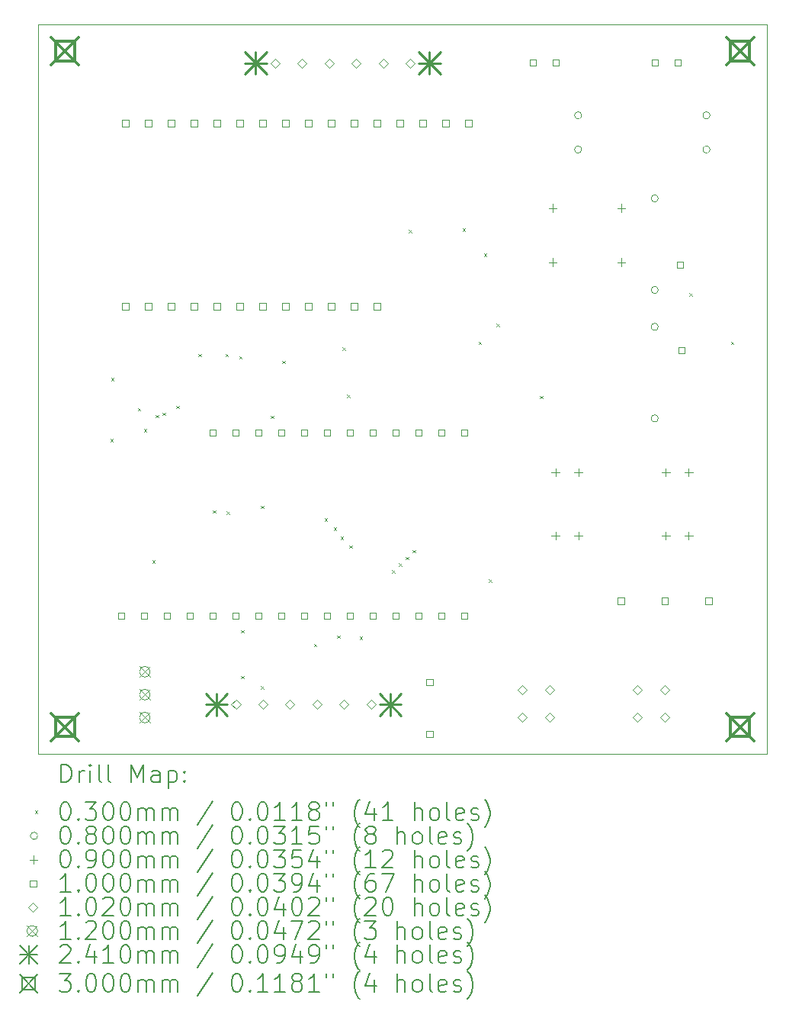
<source format=gbr>
%TF.GenerationSoftware,KiCad,Pcbnew,9.0.0*%
%TF.CreationDate,2025-04-09T18:23:43-07:00*%
%TF.ProjectId,PAC Board,50414320-426f-4617-9264-2e6b69636164,rev?*%
%TF.SameCoordinates,Original*%
%TF.FileFunction,Drillmap*%
%TF.FilePolarity,Positive*%
%FSLAX45Y45*%
G04 Gerber Fmt 4.5, Leading zero omitted, Abs format (unit mm)*
G04 Created by KiCad (PCBNEW 9.0.0) date 2025-04-09 18:23:43*
%MOMM*%
%LPD*%
G01*
G04 APERTURE LIST*
%ADD10C,0.050000*%
%ADD11C,0.200000*%
%ADD12C,0.100000*%
%ADD13C,0.102000*%
%ADD14C,0.120000*%
%ADD15C,0.241000*%
%ADD16C,0.300000*%
G04 APERTURE END LIST*
D10*
X12050000Y-4800000D02*
X20150000Y-4800000D01*
X20150000Y-12900000D01*
X12050000Y-12900000D01*
X12050000Y-4800000D01*
D11*
D12*
X12855000Y-9405000D02*
X12885000Y-9435000D01*
X12885000Y-9405000D02*
X12855000Y-9435000D01*
X12865000Y-8725000D02*
X12895000Y-8755000D01*
X12895000Y-8725000D02*
X12865000Y-8755000D01*
X13160000Y-9060000D02*
X13190000Y-9090000D01*
X13190000Y-9060000D02*
X13160000Y-9090000D01*
X13227161Y-9292839D02*
X13257161Y-9322839D01*
X13257161Y-9292839D02*
X13227161Y-9322839D01*
X13322500Y-10747500D02*
X13352500Y-10777500D01*
X13352500Y-10747500D02*
X13322500Y-10777500D01*
X13360000Y-9135000D02*
X13390000Y-9165000D01*
X13390000Y-9135000D02*
X13360000Y-9165000D01*
X13435000Y-9110000D02*
X13465000Y-9140000D01*
X13465000Y-9110000D02*
X13435000Y-9140000D01*
X13585000Y-9035000D02*
X13615000Y-9065000D01*
X13615000Y-9035000D02*
X13585000Y-9065000D01*
X13835000Y-8460000D02*
X13865000Y-8490000D01*
X13865000Y-8460000D02*
X13835000Y-8490000D01*
X13995000Y-10195000D02*
X14025000Y-10225000D01*
X14025000Y-10195000D02*
X13995000Y-10225000D01*
X14135000Y-8460000D02*
X14165000Y-8490000D01*
X14165000Y-8460000D02*
X14135000Y-8490000D01*
X14145000Y-10205000D02*
X14175000Y-10235000D01*
X14175000Y-10205000D02*
X14145000Y-10235000D01*
X14285000Y-8485000D02*
X14315000Y-8515000D01*
X14315000Y-8485000D02*
X14285000Y-8515000D01*
X14305000Y-11525000D02*
X14335000Y-11555000D01*
X14335000Y-11525000D02*
X14305000Y-11555000D01*
X14305000Y-12030500D02*
X14335000Y-12060500D01*
X14335000Y-12030500D02*
X14305000Y-12060500D01*
X14525000Y-10145000D02*
X14555000Y-10175000D01*
X14555000Y-10145000D02*
X14525000Y-10175000D01*
X14525000Y-12145000D02*
X14555000Y-12175000D01*
X14555000Y-12145000D02*
X14525000Y-12175000D01*
X14635000Y-9145000D02*
X14665000Y-9175000D01*
X14665000Y-9145000D02*
X14635000Y-9175000D01*
X14765000Y-8535000D02*
X14795000Y-8565000D01*
X14795000Y-8535000D02*
X14765000Y-8565000D01*
X15115000Y-11675000D02*
X15145000Y-11705000D01*
X15145000Y-11675000D02*
X15115000Y-11705000D01*
X15235000Y-10285000D02*
X15265000Y-10315000D01*
X15265000Y-10285000D02*
X15235000Y-10315000D01*
X15335000Y-10385000D02*
X15365000Y-10415000D01*
X15365000Y-10385000D02*
X15335000Y-10415000D01*
X15375000Y-11585000D02*
X15405000Y-11615000D01*
X15405000Y-11585000D02*
X15375000Y-11615000D01*
X15410000Y-10485000D02*
X15440000Y-10515000D01*
X15440000Y-10485000D02*
X15410000Y-10515000D01*
X15435000Y-8385000D02*
X15465000Y-8415000D01*
X15465000Y-8385000D02*
X15435000Y-8415000D01*
X15485000Y-8910000D02*
X15515000Y-8940000D01*
X15515000Y-8910000D02*
X15485000Y-8940000D01*
X15510000Y-10585000D02*
X15540000Y-10615000D01*
X15540000Y-10585000D02*
X15510000Y-10615000D01*
X15625000Y-11595000D02*
X15655000Y-11625000D01*
X15655000Y-11595000D02*
X15625000Y-11625000D01*
X15985000Y-10860000D02*
X16015000Y-10890000D01*
X16015000Y-10860000D02*
X15985000Y-10890000D01*
X16060000Y-10785000D02*
X16090000Y-10815000D01*
X16090000Y-10785000D02*
X16060000Y-10815000D01*
X16135000Y-10710000D02*
X16165000Y-10740000D01*
X16165000Y-10710000D02*
X16135000Y-10740000D01*
X16170000Y-7085000D02*
X16200000Y-7115000D01*
X16200000Y-7085000D02*
X16170000Y-7115000D01*
X16210000Y-10635000D02*
X16240000Y-10665000D01*
X16240000Y-10635000D02*
X16210000Y-10665000D01*
X16765000Y-7065000D02*
X16795000Y-7095000D01*
X16795000Y-7065000D02*
X16765000Y-7095000D01*
X16945000Y-8325000D02*
X16975000Y-8355000D01*
X16975000Y-8325000D02*
X16945000Y-8355000D01*
X17005000Y-7345000D02*
X17035000Y-7375000D01*
X17035000Y-7345000D02*
X17005000Y-7375000D01*
X17060000Y-10960000D02*
X17090000Y-10990000D01*
X17090000Y-10960000D02*
X17060000Y-10990000D01*
X17145000Y-8125000D02*
X17175000Y-8155000D01*
X17175000Y-8125000D02*
X17145000Y-8155000D01*
X17625000Y-8925000D02*
X17655000Y-8955000D01*
X17655000Y-8925000D02*
X17625000Y-8955000D01*
X19285000Y-7785000D02*
X19315000Y-7815000D01*
X19315000Y-7785000D02*
X19285000Y-7815000D01*
X19745000Y-8325000D02*
X19775000Y-8355000D01*
X19775000Y-8325000D02*
X19745000Y-8355000D01*
X18090000Y-5811735D02*
G75*
G02*
X18010000Y-5811735I-40000J0D01*
G01*
X18010000Y-5811735D02*
G75*
G02*
X18090000Y-5811735I40000J0D01*
G01*
X18090000Y-6191735D02*
G75*
G02*
X18010000Y-6191735I-40000J0D01*
G01*
X18010000Y-6191735D02*
G75*
G02*
X18090000Y-6191735I40000J0D01*
G01*
X18940000Y-6734000D02*
G75*
G02*
X18860000Y-6734000I-40000J0D01*
G01*
X18860000Y-6734000D02*
G75*
G02*
X18940000Y-6734000I40000J0D01*
G01*
X18940000Y-7750000D02*
G75*
G02*
X18860000Y-7750000I-40000J0D01*
G01*
X18860000Y-7750000D02*
G75*
G02*
X18940000Y-7750000I40000J0D01*
G01*
X18940000Y-8159000D02*
G75*
G02*
X18860000Y-8159000I-40000J0D01*
G01*
X18860000Y-8159000D02*
G75*
G02*
X18940000Y-8159000I40000J0D01*
G01*
X18940000Y-9175000D02*
G75*
G02*
X18860000Y-9175000I-40000J0D01*
G01*
X18860000Y-9175000D02*
G75*
G02*
X18940000Y-9175000I40000J0D01*
G01*
X19515000Y-5811735D02*
G75*
G02*
X19435000Y-5811735I-40000J0D01*
G01*
X19435000Y-5811735D02*
G75*
G02*
X19515000Y-5811735I40000J0D01*
G01*
X19515000Y-6191735D02*
G75*
G02*
X19435000Y-6191735I-40000J0D01*
G01*
X19435000Y-6191735D02*
G75*
G02*
X19515000Y-6191735I40000J0D01*
G01*
X17769000Y-6797000D02*
X17769000Y-6887000D01*
X17724000Y-6842000D02*
X17814000Y-6842000D01*
X17769000Y-7397000D02*
X17769000Y-7487000D01*
X17724000Y-7442000D02*
X17814000Y-7442000D01*
X17798000Y-9730000D02*
X17798000Y-9820000D01*
X17753000Y-9775000D02*
X17843000Y-9775000D01*
X17798000Y-10430000D02*
X17798000Y-10520000D01*
X17753000Y-10475000D02*
X17843000Y-10475000D01*
X18052000Y-9730000D02*
X18052000Y-9820000D01*
X18007000Y-9775000D02*
X18097000Y-9775000D01*
X18052000Y-10430000D02*
X18052000Y-10520000D01*
X18007000Y-10475000D02*
X18097000Y-10475000D01*
X18531000Y-6797000D02*
X18531000Y-6887000D01*
X18486000Y-6842000D02*
X18576000Y-6842000D01*
X18531000Y-7397000D02*
X18531000Y-7487000D01*
X18486000Y-7442000D02*
X18576000Y-7442000D01*
X19023000Y-9730000D02*
X19023000Y-9820000D01*
X18978000Y-9775000D02*
X19068000Y-9775000D01*
X19023000Y-10430000D02*
X19023000Y-10520000D01*
X18978000Y-10475000D02*
X19068000Y-10475000D01*
X19277000Y-9730000D02*
X19277000Y-9820000D01*
X19232000Y-9775000D02*
X19322000Y-9775000D01*
X19277000Y-10430000D02*
X19277000Y-10520000D01*
X19232000Y-10475000D02*
X19322000Y-10475000D01*
X13011356Y-11399356D02*
X13011356Y-11328644D01*
X12940644Y-11328644D01*
X12940644Y-11399356D01*
X13011356Y-11399356D01*
X13058356Y-5935356D02*
X13058356Y-5864644D01*
X12987644Y-5864644D01*
X12987644Y-5935356D01*
X13058356Y-5935356D01*
X13058356Y-7967356D02*
X13058356Y-7896644D01*
X12987644Y-7896644D01*
X12987644Y-7967356D01*
X13058356Y-7967356D01*
X13265356Y-11399356D02*
X13265356Y-11328644D01*
X13194644Y-11328644D01*
X13194644Y-11399356D01*
X13265356Y-11399356D01*
X13312356Y-5935356D02*
X13312356Y-5864644D01*
X13241644Y-5864644D01*
X13241644Y-5935356D01*
X13312356Y-5935356D01*
X13312356Y-7967356D02*
X13312356Y-7896644D01*
X13241644Y-7896644D01*
X13241644Y-7967356D01*
X13312356Y-7967356D01*
X13519356Y-11399356D02*
X13519356Y-11328644D01*
X13448644Y-11328644D01*
X13448644Y-11399356D01*
X13519356Y-11399356D01*
X13566356Y-5935356D02*
X13566356Y-5864644D01*
X13495644Y-5864644D01*
X13495644Y-5935356D01*
X13566356Y-5935356D01*
X13566356Y-7967356D02*
X13566356Y-7896644D01*
X13495644Y-7896644D01*
X13495644Y-7967356D01*
X13566356Y-7967356D01*
X13773356Y-11399356D02*
X13773356Y-11328644D01*
X13702644Y-11328644D01*
X13702644Y-11399356D01*
X13773356Y-11399356D01*
X13820356Y-5935356D02*
X13820356Y-5864644D01*
X13749644Y-5864644D01*
X13749644Y-5935356D01*
X13820356Y-5935356D01*
X13820356Y-7967356D02*
X13820356Y-7896644D01*
X13749644Y-7896644D01*
X13749644Y-7967356D01*
X13820356Y-7967356D01*
X14027356Y-9367356D02*
X14027356Y-9296644D01*
X13956644Y-9296644D01*
X13956644Y-9367356D01*
X14027356Y-9367356D01*
X14027356Y-11399356D02*
X14027356Y-11328644D01*
X13956644Y-11328644D01*
X13956644Y-11399356D01*
X14027356Y-11399356D01*
X14074356Y-5935356D02*
X14074356Y-5864644D01*
X14003644Y-5864644D01*
X14003644Y-5935356D01*
X14074356Y-5935356D01*
X14074356Y-7967356D02*
X14074356Y-7896644D01*
X14003644Y-7896644D01*
X14003644Y-7967356D01*
X14074356Y-7967356D01*
X14281356Y-9367356D02*
X14281356Y-9296644D01*
X14210644Y-9296644D01*
X14210644Y-9367356D01*
X14281356Y-9367356D01*
X14281356Y-11399356D02*
X14281356Y-11328644D01*
X14210644Y-11328644D01*
X14210644Y-11399356D01*
X14281356Y-11399356D01*
X14328356Y-5935356D02*
X14328356Y-5864644D01*
X14257644Y-5864644D01*
X14257644Y-5935356D01*
X14328356Y-5935356D01*
X14328356Y-7967356D02*
X14328356Y-7896644D01*
X14257644Y-7896644D01*
X14257644Y-7967356D01*
X14328356Y-7967356D01*
X14535356Y-9367356D02*
X14535356Y-9296644D01*
X14464644Y-9296644D01*
X14464644Y-9367356D01*
X14535356Y-9367356D01*
X14535356Y-11399356D02*
X14535356Y-11328644D01*
X14464644Y-11328644D01*
X14464644Y-11399356D01*
X14535356Y-11399356D01*
X14582356Y-5935356D02*
X14582356Y-5864644D01*
X14511644Y-5864644D01*
X14511644Y-5935356D01*
X14582356Y-5935356D01*
X14582356Y-7967356D02*
X14582356Y-7896644D01*
X14511644Y-7896644D01*
X14511644Y-7967356D01*
X14582356Y-7967356D01*
X14789356Y-9367356D02*
X14789356Y-9296644D01*
X14718644Y-9296644D01*
X14718644Y-9367356D01*
X14789356Y-9367356D01*
X14789356Y-11399356D02*
X14789356Y-11328644D01*
X14718644Y-11328644D01*
X14718644Y-11399356D01*
X14789356Y-11399356D01*
X14836356Y-5935356D02*
X14836356Y-5864644D01*
X14765644Y-5864644D01*
X14765644Y-5935356D01*
X14836356Y-5935356D01*
X14836356Y-7967356D02*
X14836356Y-7896644D01*
X14765644Y-7896644D01*
X14765644Y-7967356D01*
X14836356Y-7967356D01*
X15043356Y-9367356D02*
X15043356Y-9296644D01*
X14972644Y-9296644D01*
X14972644Y-9367356D01*
X15043356Y-9367356D01*
X15043356Y-11399356D02*
X15043356Y-11328644D01*
X14972644Y-11328644D01*
X14972644Y-11399356D01*
X15043356Y-11399356D01*
X15090356Y-5935356D02*
X15090356Y-5864644D01*
X15019644Y-5864644D01*
X15019644Y-5935356D01*
X15090356Y-5935356D01*
X15090356Y-7967356D02*
X15090356Y-7896644D01*
X15019644Y-7896644D01*
X15019644Y-7967356D01*
X15090356Y-7967356D01*
X15297356Y-9367356D02*
X15297356Y-9296644D01*
X15226644Y-9296644D01*
X15226644Y-9367356D01*
X15297356Y-9367356D01*
X15297356Y-11399356D02*
X15297356Y-11328644D01*
X15226644Y-11328644D01*
X15226644Y-11399356D01*
X15297356Y-11399356D01*
X15344356Y-5935356D02*
X15344356Y-5864644D01*
X15273644Y-5864644D01*
X15273644Y-5935356D01*
X15344356Y-5935356D01*
X15344356Y-7967356D02*
X15344356Y-7896644D01*
X15273644Y-7896644D01*
X15273644Y-7967356D01*
X15344356Y-7967356D01*
X15551356Y-9367356D02*
X15551356Y-9296644D01*
X15480644Y-9296644D01*
X15480644Y-9367356D01*
X15551356Y-9367356D01*
X15551356Y-11399356D02*
X15551356Y-11328644D01*
X15480644Y-11328644D01*
X15480644Y-11399356D01*
X15551356Y-11399356D01*
X15598356Y-5935356D02*
X15598356Y-5864644D01*
X15527644Y-5864644D01*
X15527644Y-5935356D01*
X15598356Y-5935356D01*
X15598356Y-7967356D02*
X15598356Y-7896644D01*
X15527644Y-7896644D01*
X15527644Y-7967356D01*
X15598356Y-7967356D01*
X15805356Y-9367356D02*
X15805356Y-9296644D01*
X15734644Y-9296644D01*
X15734644Y-9367356D01*
X15805356Y-9367356D01*
X15805356Y-11399356D02*
X15805356Y-11328644D01*
X15734644Y-11328644D01*
X15734644Y-11399356D01*
X15805356Y-11399356D01*
X15852356Y-5935356D02*
X15852356Y-5864644D01*
X15781644Y-5864644D01*
X15781644Y-5935356D01*
X15852356Y-5935356D01*
X15852356Y-7967356D02*
X15852356Y-7896644D01*
X15781644Y-7896644D01*
X15781644Y-7967356D01*
X15852356Y-7967356D01*
X16059356Y-9367356D02*
X16059356Y-9296644D01*
X15988644Y-9296644D01*
X15988644Y-9367356D01*
X16059356Y-9367356D01*
X16059356Y-11399356D02*
X16059356Y-11328644D01*
X15988644Y-11328644D01*
X15988644Y-11399356D01*
X16059356Y-11399356D01*
X16106356Y-5935356D02*
X16106356Y-5864644D01*
X16035644Y-5864644D01*
X16035644Y-5935356D01*
X16106356Y-5935356D01*
X16313356Y-9367356D02*
X16313356Y-9296644D01*
X16242644Y-9296644D01*
X16242644Y-9367356D01*
X16313356Y-9367356D01*
X16313356Y-11399356D02*
X16313356Y-11328644D01*
X16242644Y-11328644D01*
X16242644Y-11399356D01*
X16313356Y-11399356D01*
X16360356Y-5935356D02*
X16360356Y-5864644D01*
X16289644Y-5864644D01*
X16289644Y-5935356D01*
X16360356Y-5935356D01*
X16435356Y-12135356D02*
X16435356Y-12064644D01*
X16364644Y-12064644D01*
X16364644Y-12135356D01*
X16435356Y-12135356D01*
X16435356Y-12710356D02*
X16435356Y-12639644D01*
X16364644Y-12639644D01*
X16364644Y-12710356D01*
X16435356Y-12710356D01*
X16567356Y-9367356D02*
X16567356Y-9296644D01*
X16496644Y-9296644D01*
X16496644Y-9367356D01*
X16567356Y-9367356D01*
X16567356Y-11399356D02*
X16567356Y-11328644D01*
X16496644Y-11328644D01*
X16496644Y-11399356D01*
X16567356Y-11399356D01*
X16614356Y-5935356D02*
X16614356Y-5864644D01*
X16543644Y-5864644D01*
X16543644Y-5935356D01*
X16614356Y-5935356D01*
X16821356Y-9367356D02*
X16821356Y-9296644D01*
X16750644Y-9296644D01*
X16750644Y-9367356D01*
X16821356Y-9367356D01*
X16821356Y-11399356D02*
X16821356Y-11328644D01*
X16750644Y-11328644D01*
X16750644Y-11399356D01*
X16821356Y-11399356D01*
X16868356Y-5935356D02*
X16868356Y-5864644D01*
X16797644Y-5864644D01*
X16797644Y-5935356D01*
X16868356Y-5935356D01*
X17585356Y-5260356D02*
X17585356Y-5189644D01*
X17514644Y-5189644D01*
X17514644Y-5260356D01*
X17585356Y-5260356D01*
X17839356Y-5260356D02*
X17839356Y-5189644D01*
X17768644Y-5189644D01*
X17768644Y-5260356D01*
X17839356Y-5260356D01*
X18560356Y-11235356D02*
X18560356Y-11164644D01*
X18489644Y-11164644D01*
X18489644Y-11235356D01*
X18560356Y-11235356D01*
X18937856Y-5260356D02*
X18937856Y-5189644D01*
X18867144Y-5189644D01*
X18867144Y-5260356D01*
X18937856Y-5260356D01*
X19047856Y-11235356D02*
X19047856Y-11164644D01*
X18977144Y-11164644D01*
X18977144Y-11235356D01*
X19047856Y-11235356D01*
X19191856Y-5260356D02*
X19191856Y-5189644D01*
X19121144Y-5189644D01*
X19121144Y-5260356D01*
X19191856Y-5260356D01*
X19215356Y-7505356D02*
X19215356Y-7434644D01*
X19144644Y-7434644D01*
X19144644Y-7505356D01*
X19215356Y-7505356D01*
X19235356Y-8455356D02*
X19235356Y-8384644D01*
X19164644Y-8384644D01*
X19164644Y-8455356D01*
X19235356Y-8455356D01*
X19535356Y-11235356D02*
X19535356Y-11164644D01*
X19464644Y-11164644D01*
X19464644Y-11235356D01*
X19535356Y-11235356D01*
D13*
X14250000Y-12401500D02*
X14301000Y-12350500D01*
X14250000Y-12299500D01*
X14199000Y-12350500D01*
X14250000Y-12401500D01*
X14550000Y-12401500D02*
X14601000Y-12350500D01*
X14550000Y-12299500D01*
X14499000Y-12350500D01*
X14550000Y-12401500D01*
X14685000Y-5282500D02*
X14736000Y-5231500D01*
X14685000Y-5180500D01*
X14634000Y-5231500D01*
X14685000Y-5282500D01*
X14850000Y-12401500D02*
X14901000Y-12350500D01*
X14850000Y-12299500D01*
X14799000Y-12350500D01*
X14850000Y-12401500D01*
X14985000Y-5282500D02*
X15036000Y-5231500D01*
X14985000Y-5180500D01*
X14934000Y-5231500D01*
X14985000Y-5282500D01*
X15150000Y-12401500D02*
X15201000Y-12350500D01*
X15150000Y-12299500D01*
X15099000Y-12350500D01*
X15150000Y-12401500D01*
X15285000Y-5282500D02*
X15336000Y-5231500D01*
X15285000Y-5180500D01*
X15234000Y-5231500D01*
X15285000Y-5282500D01*
X15450000Y-12401500D02*
X15501000Y-12350500D01*
X15450000Y-12299500D01*
X15399000Y-12350500D01*
X15450000Y-12401500D01*
X15585000Y-5282500D02*
X15636000Y-5231500D01*
X15585000Y-5180500D01*
X15534000Y-5231500D01*
X15585000Y-5282500D01*
X15750000Y-12401500D02*
X15801000Y-12350500D01*
X15750000Y-12299500D01*
X15699000Y-12350500D01*
X15750000Y-12401500D01*
X15885000Y-5282500D02*
X15936000Y-5231500D01*
X15885000Y-5180500D01*
X15834000Y-5231500D01*
X15885000Y-5282500D01*
X16185000Y-5282500D02*
X16236000Y-5231500D01*
X16185000Y-5180500D01*
X16134000Y-5231500D01*
X16185000Y-5282500D01*
X17430000Y-12241000D02*
X17481000Y-12190000D01*
X17430000Y-12139000D01*
X17379000Y-12190000D01*
X17430000Y-12241000D01*
X17430000Y-12541000D02*
X17481000Y-12490000D01*
X17430000Y-12439000D01*
X17379000Y-12490000D01*
X17430000Y-12541000D01*
X17730000Y-12241000D02*
X17781000Y-12190000D01*
X17730000Y-12139000D01*
X17679000Y-12190000D01*
X17730000Y-12241000D01*
X17730000Y-12541000D02*
X17781000Y-12490000D01*
X17730000Y-12439000D01*
X17679000Y-12490000D01*
X17730000Y-12541000D01*
X18710000Y-12241000D02*
X18761000Y-12190000D01*
X18710000Y-12139000D01*
X18659000Y-12190000D01*
X18710000Y-12241000D01*
X18710000Y-12541000D02*
X18761000Y-12490000D01*
X18710000Y-12439000D01*
X18659000Y-12490000D01*
X18710000Y-12541000D01*
X19010000Y-12241000D02*
X19061000Y-12190000D01*
X19010000Y-12139000D01*
X18959000Y-12190000D01*
X19010000Y-12241000D01*
X19010000Y-12541000D02*
X19061000Y-12490000D01*
X19010000Y-12439000D01*
X18959000Y-12490000D01*
X19010000Y-12541000D01*
D14*
X13178250Y-11925500D02*
X13298250Y-12045500D01*
X13298250Y-11925500D02*
X13178250Y-12045500D01*
X13298250Y-11985500D02*
G75*
G02*
X13178250Y-11985500I-60000J0D01*
G01*
X13178250Y-11985500D02*
G75*
G02*
X13298250Y-11985500I60000J0D01*
G01*
X13178250Y-12179500D02*
X13298250Y-12299500D01*
X13298250Y-12179500D02*
X13178250Y-12299500D01*
X13298250Y-12239500D02*
G75*
G02*
X13178250Y-12239500I-60000J0D01*
G01*
X13178250Y-12239500D02*
G75*
G02*
X13298250Y-12239500I60000J0D01*
G01*
X13178250Y-12433500D02*
X13298250Y-12553500D01*
X13298250Y-12433500D02*
X13178250Y-12553500D01*
X13298250Y-12493500D02*
G75*
G02*
X13178250Y-12493500I-60000J0D01*
G01*
X13178250Y-12493500D02*
G75*
G02*
X13298250Y-12493500I60000J0D01*
G01*
D15*
X13914500Y-12230000D02*
X14155500Y-12471000D01*
X14155500Y-12230000D02*
X13914500Y-12471000D01*
X14035000Y-12230000D02*
X14035000Y-12471000D01*
X13914500Y-12350500D02*
X14155500Y-12350500D01*
X14349500Y-5111000D02*
X14590500Y-5352000D01*
X14590500Y-5111000D02*
X14349500Y-5352000D01*
X14470000Y-5111000D02*
X14470000Y-5352000D01*
X14349500Y-5231500D02*
X14590500Y-5231500D01*
X15844500Y-12230000D02*
X16085500Y-12471000D01*
X16085500Y-12230000D02*
X15844500Y-12471000D01*
X15965000Y-12230000D02*
X15965000Y-12471000D01*
X15844500Y-12350500D02*
X16085500Y-12350500D01*
X16279500Y-5111000D02*
X16520500Y-5352000D01*
X16520500Y-5111000D02*
X16279500Y-5352000D01*
X16400000Y-5111000D02*
X16400000Y-5352000D01*
X16279500Y-5231500D02*
X16520500Y-5231500D01*
D16*
X12200000Y-4950000D02*
X12500000Y-5250000D01*
X12500000Y-4950000D02*
X12200000Y-5250000D01*
X12456067Y-5206067D02*
X12456067Y-4993933D01*
X12243933Y-4993933D01*
X12243933Y-5206067D01*
X12456067Y-5206067D01*
X12200000Y-12450000D02*
X12500000Y-12750000D01*
X12500000Y-12450000D02*
X12200000Y-12750000D01*
X12456067Y-12706067D02*
X12456067Y-12493933D01*
X12243933Y-12493933D01*
X12243933Y-12706067D01*
X12456067Y-12706067D01*
X19700000Y-4950000D02*
X20000000Y-5250000D01*
X20000000Y-4950000D02*
X19700000Y-5250000D01*
X19956067Y-5206067D02*
X19956067Y-4993933D01*
X19743933Y-4993933D01*
X19743933Y-5206067D01*
X19956067Y-5206067D01*
X19700000Y-12450000D02*
X20000000Y-12750000D01*
X20000000Y-12450000D02*
X19700000Y-12750000D01*
X19956067Y-12706067D02*
X19956067Y-12493933D01*
X19743933Y-12493933D01*
X19743933Y-12706067D01*
X19956067Y-12706067D01*
D11*
X12308277Y-13213984D02*
X12308277Y-13013984D01*
X12308277Y-13013984D02*
X12355896Y-13013984D01*
X12355896Y-13013984D02*
X12384467Y-13023508D01*
X12384467Y-13023508D02*
X12403515Y-13042555D01*
X12403515Y-13042555D02*
X12413039Y-13061603D01*
X12413039Y-13061603D02*
X12422562Y-13099698D01*
X12422562Y-13099698D02*
X12422562Y-13128269D01*
X12422562Y-13128269D02*
X12413039Y-13166365D01*
X12413039Y-13166365D02*
X12403515Y-13185412D01*
X12403515Y-13185412D02*
X12384467Y-13204460D01*
X12384467Y-13204460D02*
X12355896Y-13213984D01*
X12355896Y-13213984D02*
X12308277Y-13213984D01*
X12508277Y-13213984D02*
X12508277Y-13080650D01*
X12508277Y-13118746D02*
X12517801Y-13099698D01*
X12517801Y-13099698D02*
X12527324Y-13090174D01*
X12527324Y-13090174D02*
X12546372Y-13080650D01*
X12546372Y-13080650D02*
X12565420Y-13080650D01*
X12632086Y-13213984D02*
X12632086Y-13080650D01*
X12632086Y-13013984D02*
X12622562Y-13023508D01*
X12622562Y-13023508D02*
X12632086Y-13033031D01*
X12632086Y-13033031D02*
X12641610Y-13023508D01*
X12641610Y-13023508D02*
X12632086Y-13013984D01*
X12632086Y-13013984D02*
X12632086Y-13033031D01*
X12755896Y-13213984D02*
X12736848Y-13204460D01*
X12736848Y-13204460D02*
X12727324Y-13185412D01*
X12727324Y-13185412D02*
X12727324Y-13013984D01*
X12860658Y-13213984D02*
X12841610Y-13204460D01*
X12841610Y-13204460D02*
X12832086Y-13185412D01*
X12832086Y-13185412D02*
X12832086Y-13013984D01*
X13089229Y-13213984D02*
X13089229Y-13013984D01*
X13089229Y-13013984D02*
X13155896Y-13156841D01*
X13155896Y-13156841D02*
X13222562Y-13013984D01*
X13222562Y-13013984D02*
X13222562Y-13213984D01*
X13403515Y-13213984D02*
X13403515Y-13109222D01*
X13403515Y-13109222D02*
X13393991Y-13090174D01*
X13393991Y-13090174D02*
X13374943Y-13080650D01*
X13374943Y-13080650D02*
X13336848Y-13080650D01*
X13336848Y-13080650D02*
X13317801Y-13090174D01*
X13403515Y-13204460D02*
X13384467Y-13213984D01*
X13384467Y-13213984D02*
X13336848Y-13213984D01*
X13336848Y-13213984D02*
X13317801Y-13204460D01*
X13317801Y-13204460D02*
X13308277Y-13185412D01*
X13308277Y-13185412D02*
X13308277Y-13166365D01*
X13308277Y-13166365D02*
X13317801Y-13147317D01*
X13317801Y-13147317D02*
X13336848Y-13137793D01*
X13336848Y-13137793D02*
X13384467Y-13137793D01*
X13384467Y-13137793D02*
X13403515Y-13128269D01*
X13498753Y-13080650D02*
X13498753Y-13280650D01*
X13498753Y-13090174D02*
X13517801Y-13080650D01*
X13517801Y-13080650D02*
X13555896Y-13080650D01*
X13555896Y-13080650D02*
X13574943Y-13090174D01*
X13574943Y-13090174D02*
X13584467Y-13099698D01*
X13584467Y-13099698D02*
X13593991Y-13118746D01*
X13593991Y-13118746D02*
X13593991Y-13175888D01*
X13593991Y-13175888D02*
X13584467Y-13194936D01*
X13584467Y-13194936D02*
X13574943Y-13204460D01*
X13574943Y-13204460D02*
X13555896Y-13213984D01*
X13555896Y-13213984D02*
X13517801Y-13213984D01*
X13517801Y-13213984D02*
X13498753Y-13204460D01*
X13679705Y-13194936D02*
X13689229Y-13204460D01*
X13689229Y-13204460D02*
X13679705Y-13213984D01*
X13679705Y-13213984D02*
X13670182Y-13204460D01*
X13670182Y-13204460D02*
X13679705Y-13194936D01*
X13679705Y-13194936D02*
X13679705Y-13213984D01*
X13679705Y-13090174D02*
X13689229Y-13099698D01*
X13689229Y-13099698D02*
X13679705Y-13109222D01*
X13679705Y-13109222D02*
X13670182Y-13099698D01*
X13670182Y-13099698D02*
X13679705Y-13090174D01*
X13679705Y-13090174D02*
X13679705Y-13109222D01*
D12*
X12017500Y-13527500D02*
X12047500Y-13557500D01*
X12047500Y-13527500D02*
X12017500Y-13557500D01*
D11*
X12346372Y-13433984D02*
X12365420Y-13433984D01*
X12365420Y-13433984D02*
X12384467Y-13443508D01*
X12384467Y-13443508D02*
X12393991Y-13453031D01*
X12393991Y-13453031D02*
X12403515Y-13472079D01*
X12403515Y-13472079D02*
X12413039Y-13510174D01*
X12413039Y-13510174D02*
X12413039Y-13557793D01*
X12413039Y-13557793D02*
X12403515Y-13595888D01*
X12403515Y-13595888D02*
X12393991Y-13614936D01*
X12393991Y-13614936D02*
X12384467Y-13624460D01*
X12384467Y-13624460D02*
X12365420Y-13633984D01*
X12365420Y-13633984D02*
X12346372Y-13633984D01*
X12346372Y-13633984D02*
X12327324Y-13624460D01*
X12327324Y-13624460D02*
X12317801Y-13614936D01*
X12317801Y-13614936D02*
X12308277Y-13595888D01*
X12308277Y-13595888D02*
X12298753Y-13557793D01*
X12298753Y-13557793D02*
X12298753Y-13510174D01*
X12298753Y-13510174D02*
X12308277Y-13472079D01*
X12308277Y-13472079D02*
X12317801Y-13453031D01*
X12317801Y-13453031D02*
X12327324Y-13443508D01*
X12327324Y-13443508D02*
X12346372Y-13433984D01*
X12498753Y-13614936D02*
X12508277Y-13624460D01*
X12508277Y-13624460D02*
X12498753Y-13633984D01*
X12498753Y-13633984D02*
X12489229Y-13624460D01*
X12489229Y-13624460D02*
X12498753Y-13614936D01*
X12498753Y-13614936D02*
X12498753Y-13633984D01*
X12574943Y-13433984D02*
X12698753Y-13433984D01*
X12698753Y-13433984D02*
X12632086Y-13510174D01*
X12632086Y-13510174D02*
X12660658Y-13510174D01*
X12660658Y-13510174D02*
X12679705Y-13519698D01*
X12679705Y-13519698D02*
X12689229Y-13529222D01*
X12689229Y-13529222D02*
X12698753Y-13548269D01*
X12698753Y-13548269D02*
X12698753Y-13595888D01*
X12698753Y-13595888D02*
X12689229Y-13614936D01*
X12689229Y-13614936D02*
X12679705Y-13624460D01*
X12679705Y-13624460D02*
X12660658Y-13633984D01*
X12660658Y-13633984D02*
X12603515Y-13633984D01*
X12603515Y-13633984D02*
X12584467Y-13624460D01*
X12584467Y-13624460D02*
X12574943Y-13614936D01*
X12822562Y-13433984D02*
X12841610Y-13433984D01*
X12841610Y-13433984D02*
X12860658Y-13443508D01*
X12860658Y-13443508D02*
X12870182Y-13453031D01*
X12870182Y-13453031D02*
X12879705Y-13472079D01*
X12879705Y-13472079D02*
X12889229Y-13510174D01*
X12889229Y-13510174D02*
X12889229Y-13557793D01*
X12889229Y-13557793D02*
X12879705Y-13595888D01*
X12879705Y-13595888D02*
X12870182Y-13614936D01*
X12870182Y-13614936D02*
X12860658Y-13624460D01*
X12860658Y-13624460D02*
X12841610Y-13633984D01*
X12841610Y-13633984D02*
X12822562Y-13633984D01*
X12822562Y-13633984D02*
X12803515Y-13624460D01*
X12803515Y-13624460D02*
X12793991Y-13614936D01*
X12793991Y-13614936D02*
X12784467Y-13595888D01*
X12784467Y-13595888D02*
X12774943Y-13557793D01*
X12774943Y-13557793D02*
X12774943Y-13510174D01*
X12774943Y-13510174D02*
X12784467Y-13472079D01*
X12784467Y-13472079D02*
X12793991Y-13453031D01*
X12793991Y-13453031D02*
X12803515Y-13443508D01*
X12803515Y-13443508D02*
X12822562Y-13433984D01*
X13013039Y-13433984D02*
X13032086Y-13433984D01*
X13032086Y-13433984D02*
X13051134Y-13443508D01*
X13051134Y-13443508D02*
X13060658Y-13453031D01*
X13060658Y-13453031D02*
X13070182Y-13472079D01*
X13070182Y-13472079D02*
X13079705Y-13510174D01*
X13079705Y-13510174D02*
X13079705Y-13557793D01*
X13079705Y-13557793D02*
X13070182Y-13595888D01*
X13070182Y-13595888D02*
X13060658Y-13614936D01*
X13060658Y-13614936D02*
X13051134Y-13624460D01*
X13051134Y-13624460D02*
X13032086Y-13633984D01*
X13032086Y-13633984D02*
X13013039Y-13633984D01*
X13013039Y-13633984D02*
X12993991Y-13624460D01*
X12993991Y-13624460D02*
X12984467Y-13614936D01*
X12984467Y-13614936D02*
X12974943Y-13595888D01*
X12974943Y-13595888D02*
X12965420Y-13557793D01*
X12965420Y-13557793D02*
X12965420Y-13510174D01*
X12965420Y-13510174D02*
X12974943Y-13472079D01*
X12974943Y-13472079D02*
X12984467Y-13453031D01*
X12984467Y-13453031D02*
X12993991Y-13443508D01*
X12993991Y-13443508D02*
X13013039Y-13433984D01*
X13165420Y-13633984D02*
X13165420Y-13500650D01*
X13165420Y-13519698D02*
X13174943Y-13510174D01*
X13174943Y-13510174D02*
X13193991Y-13500650D01*
X13193991Y-13500650D02*
X13222563Y-13500650D01*
X13222563Y-13500650D02*
X13241610Y-13510174D01*
X13241610Y-13510174D02*
X13251134Y-13529222D01*
X13251134Y-13529222D02*
X13251134Y-13633984D01*
X13251134Y-13529222D02*
X13260658Y-13510174D01*
X13260658Y-13510174D02*
X13279705Y-13500650D01*
X13279705Y-13500650D02*
X13308277Y-13500650D01*
X13308277Y-13500650D02*
X13327324Y-13510174D01*
X13327324Y-13510174D02*
X13336848Y-13529222D01*
X13336848Y-13529222D02*
X13336848Y-13633984D01*
X13432086Y-13633984D02*
X13432086Y-13500650D01*
X13432086Y-13519698D02*
X13441610Y-13510174D01*
X13441610Y-13510174D02*
X13460658Y-13500650D01*
X13460658Y-13500650D02*
X13489229Y-13500650D01*
X13489229Y-13500650D02*
X13508277Y-13510174D01*
X13508277Y-13510174D02*
X13517801Y-13529222D01*
X13517801Y-13529222D02*
X13517801Y-13633984D01*
X13517801Y-13529222D02*
X13527324Y-13510174D01*
X13527324Y-13510174D02*
X13546372Y-13500650D01*
X13546372Y-13500650D02*
X13574943Y-13500650D01*
X13574943Y-13500650D02*
X13593991Y-13510174D01*
X13593991Y-13510174D02*
X13603515Y-13529222D01*
X13603515Y-13529222D02*
X13603515Y-13633984D01*
X13993991Y-13424460D02*
X13822563Y-13681603D01*
X14251134Y-13433984D02*
X14270182Y-13433984D01*
X14270182Y-13433984D02*
X14289229Y-13443508D01*
X14289229Y-13443508D02*
X14298753Y-13453031D01*
X14298753Y-13453031D02*
X14308277Y-13472079D01*
X14308277Y-13472079D02*
X14317801Y-13510174D01*
X14317801Y-13510174D02*
X14317801Y-13557793D01*
X14317801Y-13557793D02*
X14308277Y-13595888D01*
X14308277Y-13595888D02*
X14298753Y-13614936D01*
X14298753Y-13614936D02*
X14289229Y-13624460D01*
X14289229Y-13624460D02*
X14270182Y-13633984D01*
X14270182Y-13633984D02*
X14251134Y-13633984D01*
X14251134Y-13633984D02*
X14232086Y-13624460D01*
X14232086Y-13624460D02*
X14222563Y-13614936D01*
X14222563Y-13614936D02*
X14213039Y-13595888D01*
X14213039Y-13595888D02*
X14203515Y-13557793D01*
X14203515Y-13557793D02*
X14203515Y-13510174D01*
X14203515Y-13510174D02*
X14213039Y-13472079D01*
X14213039Y-13472079D02*
X14222563Y-13453031D01*
X14222563Y-13453031D02*
X14232086Y-13443508D01*
X14232086Y-13443508D02*
X14251134Y-13433984D01*
X14403515Y-13614936D02*
X14413039Y-13624460D01*
X14413039Y-13624460D02*
X14403515Y-13633984D01*
X14403515Y-13633984D02*
X14393991Y-13624460D01*
X14393991Y-13624460D02*
X14403515Y-13614936D01*
X14403515Y-13614936D02*
X14403515Y-13633984D01*
X14536848Y-13433984D02*
X14555896Y-13433984D01*
X14555896Y-13433984D02*
X14574944Y-13443508D01*
X14574944Y-13443508D02*
X14584467Y-13453031D01*
X14584467Y-13453031D02*
X14593991Y-13472079D01*
X14593991Y-13472079D02*
X14603515Y-13510174D01*
X14603515Y-13510174D02*
X14603515Y-13557793D01*
X14603515Y-13557793D02*
X14593991Y-13595888D01*
X14593991Y-13595888D02*
X14584467Y-13614936D01*
X14584467Y-13614936D02*
X14574944Y-13624460D01*
X14574944Y-13624460D02*
X14555896Y-13633984D01*
X14555896Y-13633984D02*
X14536848Y-13633984D01*
X14536848Y-13633984D02*
X14517801Y-13624460D01*
X14517801Y-13624460D02*
X14508277Y-13614936D01*
X14508277Y-13614936D02*
X14498753Y-13595888D01*
X14498753Y-13595888D02*
X14489229Y-13557793D01*
X14489229Y-13557793D02*
X14489229Y-13510174D01*
X14489229Y-13510174D02*
X14498753Y-13472079D01*
X14498753Y-13472079D02*
X14508277Y-13453031D01*
X14508277Y-13453031D02*
X14517801Y-13443508D01*
X14517801Y-13443508D02*
X14536848Y-13433984D01*
X14793991Y-13633984D02*
X14679706Y-13633984D01*
X14736848Y-13633984D02*
X14736848Y-13433984D01*
X14736848Y-13433984D02*
X14717801Y-13462555D01*
X14717801Y-13462555D02*
X14698753Y-13481603D01*
X14698753Y-13481603D02*
X14679706Y-13491127D01*
X14984467Y-13633984D02*
X14870182Y-13633984D01*
X14927325Y-13633984D02*
X14927325Y-13433984D01*
X14927325Y-13433984D02*
X14908277Y-13462555D01*
X14908277Y-13462555D02*
X14889229Y-13481603D01*
X14889229Y-13481603D02*
X14870182Y-13491127D01*
X15098753Y-13519698D02*
X15079706Y-13510174D01*
X15079706Y-13510174D02*
X15070182Y-13500650D01*
X15070182Y-13500650D02*
X15060658Y-13481603D01*
X15060658Y-13481603D02*
X15060658Y-13472079D01*
X15060658Y-13472079D02*
X15070182Y-13453031D01*
X15070182Y-13453031D02*
X15079706Y-13443508D01*
X15079706Y-13443508D02*
X15098753Y-13433984D01*
X15098753Y-13433984D02*
X15136848Y-13433984D01*
X15136848Y-13433984D02*
X15155896Y-13443508D01*
X15155896Y-13443508D02*
X15165420Y-13453031D01*
X15165420Y-13453031D02*
X15174944Y-13472079D01*
X15174944Y-13472079D02*
X15174944Y-13481603D01*
X15174944Y-13481603D02*
X15165420Y-13500650D01*
X15165420Y-13500650D02*
X15155896Y-13510174D01*
X15155896Y-13510174D02*
X15136848Y-13519698D01*
X15136848Y-13519698D02*
X15098753Y-13519698D01*
X15098753Y-13519698D02*
X15079706Y-13529222D01*
X15079706Y-13529222D02*
X15070182Y-13538746D01*
X15070182Y-13538746D02*
X15060658Y-13557793D01*
X15060658Y-13557793D02*
X15060658Y-13595888D01*
X15060658Y-13595888D02*
X15070182Y-13614936D01*
X15070182Y-13614936D02*
X15079706Y-13624460D01*
X15079706Y-13624460D02*
X15098753Y-13633984D01*
X15098753Y-13633984D02*
X15136848Y-13633984D01*
X15136848Y-13633984D02*
X15155896Y-13624460D01*
X15155896Y-13624460D02*
X15165420Y-13614936D01*
X15165420Y-13614936D02*
X15174944Y-13595888D01*
X15174944Y-13595888D02*
X15174944Y-13557793D01*
X15174944Y-13557793D02*
X15165420Y-13538746D01*
X15165420Y-13538746D02*
X15155896Y-13529222D01*
X15155896Y-13529222D02*
X15136848Y-13519698D01*
X15251134Y-13433984D02*
X15251134Y-13472079D01*
X15327325Y-13433984D02*
X15327325Y-13472079D01*
X15622563Y-13710174D02*
X15613039Y-13700650D01*
X15613039Y-13700650D02*
X15593991Y-13672079D01*
X15593991Y-13672079D02*
X15584468Y-13653031D01*
X15584468Y-13653031D02*
X15574944Y-13624460D01*
X15574944Y-13624460D02*
X15565420Y-13576841D01*
X15565420Y-13576841D02*
X15565420Y-13538746D01*
X15565420Y-13538746D02*
X15574944Y-13491127D01*
X15574944Y-13491127D02*
X15584468Y-13462555D01*
X15584468Y-13462555D02*
X15593991Y-13443508D01*
X15593991Y-13443508D02*
X15613039Y-13414936D01*
X15613039Y-13414936D02*
X15622563Y-13405412D01*
X15784468Y-13500650D02*
X15784468Y-13633984D01*
X15736848Y-13424460D02*
X15689229Y-13567317D01*
X15689229Y-13567317D02*
X15813039Y-13567317D01*
X15993991Y-13633984D02*
X15879706Y-13633984D01*
X15936848Y-13633984D02*
X15936848Y-13433984D01*
X15936848Y-13433984D02*
X15917801Y-13462555D01*
X15917801Y-13462555D02*
X15898753Y-13481603D01*
X15898753Y-13481603D02*
X15879706Y-13491127D01*
X16232087Y-13633984D02*
X16232087Y-13433984D01*
X16317801Y-13633984D02*
X16317801Y-13529222D01*
X16317801Y-13529222D02*
X16308277Y-13510174D01*
X16308277Y-13510174D02*
X16289230Y-13500650D01*
X16289230Y-13500650D02*
X16260658Y-13500650D01*
X16260658Y-13500650D02*
X16241610Y-13510174D01*
X16241610Y-13510174D02*
X16232087Y-13519698D01*
X16441610Y-13633984D02*
X16422563Y-13624460D01*
X16422563Y-13624460D02*
X16413039Y-13614936D01*
X16413039Y-13614936D02*
X16403515Y-13595888D01*
X16403515Y-13595888D02*
X16403515Y-13538746D01*
X16403515Y-13538746D02*
X16413039Y-13519698D01*
X16413039Y-13519698D02*
X16422563Y-13510174D01*
X16422563Y-13510174D02*
X16441610Y-13500650D01*
X16441610Y-13500650D02*
X16470182Y-13500650D01*
X16470182Y-13500650D02*
X16489230Y-13510174D01*
X16489230Y-13510174D02*
X16498753Y-13519698D01*
X16498753Y-13519698D02*
X16508277Y-13538746D01*
X16508277Y-13538746D02*
X16508277Y-13595888D01*
X16508277Y-13595888D02*
X16498753Y-13614936D01*
X16498753Y-13614936D02*
X16489230Y-13624460D01*
X16489230Y-13624460D02*
X16470182Y-13633984D01*
X16470182Y-13633984D02*
X16441610Y-13633984D01*
X16622563Y-13633984D02*
X16603515Y-13624460D01*
X16603515Y-13624460D02*
X16593991Y-13605412D01*
X16593991Y-13605412D02*
X16593991Y-13433984D01*
X16774944Y-13624460D02*
X16755896Y-13633984D01*
X16755896Y-13633984D02*
X16717801Y-13633984D01*
X16717801Y-13633984D02*
X16698753Y-13624460D01*
X16698753Y-13624460D02*
X16689230Y-13605412D01*
X16689230Y-13605412D02*
X16689230Y-13529222D01*
X16689230Y-13529222D02*
X16698753Y-13510174D01*
X16698753Y-13510174D02*
X16717801Y-13500650D01*
X16717801Y-13500650D02*
X16755896Y-13500650D01*
X16755896Y-13500650D02*
X16774944Y-13510174D01*
X16774944Y-13510174D02*
X16784468Y-13529222D01*
X16784468Y-13529222D02*
X16784468Y-13548269D01*
X16784468Y-13548269D02*
X16689230Y-13567317D01*
X16860658Y-13624460D02*
X16879706Y-13633984D01*
X16879706Y-13633984D02*
X16917801Y-13633984D01*
X16917801Y-13633984D02*
X16936849Y-13624460D01*
X16936849Y-13624460D02*
X16946373Y-13605412D01*
X16946373Y-13605412D02*
X16946373Y-13595888D01*
X16946373Y-13595888D02*
X16936849Y-13576841D01*
X16936849Y-13576841D02*
X16917801Y-13567317D01*
X16917801Y-13567317D02*
X16889230Y-13567317D01*
X16889230Y-13567317D02*
X16870182Y-13557793D01*
X16870182Y-13557793D02*
X16860658Y-13538746D01*
X16860658Y-13538746D02*
X16860658Y-13529222D01*
X16860658Y-13529222D02*
X16870182Y-13510174D01*
X16870182Y-13510174D02*
X16889230Y-13500650D01*
X16889230Y-13500650D02*
X16917801Y-13500650D01*
X16917801Y-13500650D02*
X16936849Y-13510174D01*
X17013039Y-13710174D02*
X17022563Y-13700650D01*
X17022563Y-13700650D02*
X17041611Y-13672079D01*
X17041611Y-13672079D02*
X17051134Y-13653031D01*
X17051134Y-13653031D02*
X17060658Y-13624460D01*
X17060658Y-13624460D02*
X17070182Y-13576841D01*
X17070182Y-13576841D02*
X17070182Y-13538746D01*
X17070182Y-13538746D02*
X17060658Y-13491127D01*
X17060658Y-13491127D02*
X17051134Y-13462555D01*
X17051134Y-13462555D02*
X17041611Y-13443508D01*
X17041611Y-13443508D02*
X17022563Y-13414936D01*
X17022563Y-13414936D02*
X17013039Y-13405412D01*
D12*
X12047500Y-13806500D02*
G75*
G02*
X11967500Y-13806500I-40000J0D01*
G01*
X11967500Y-13806500D02*
G75*
G02*
X12047500Y-13806500I40000J0D01*
G01*
D11*
X12346372Y-13697984D02*
X12365420Y-13697984D01*
X12365420Y-13697984D02*
X12384467Y-13707508D01*
X12384467Y-13707508D02*
X12393991Y-13717031D01*
X12393991Y-13717031D02*
X12403515Y-13736079D01*
X12403515Y-13736079D02*
X12413039Y-13774174D01*
X12413039Y-13774174D02*
X12413039Y-13821793D01*
X12413039Y-13821793D02*
X12403515Y-13859888D01*
X12403515Y-13859888D02*
X12393991Y-13878936D01*
X12393991Y-13878936D02*
X12384467Y-13888460D01*
X12384467Y-13888460D02*
X12365420Y-13897984D01*
X12365420Y-13897984D02*
X12346372Y-13897984D01*
X12346372Y-13897984D02*
X12327324Y-13888460D01*
X12327324Y-13888460D02*
X12317801Y-13878936D01*
X12317801Y-13878936D02*
X12308277Y-13859888D01*
X12308277Y-13859888D02*
X12298753Y-13821793D01*
X12298753Y-13821793D02*
X12298753Y-13774174D01*
X12298753Y-13774174D02*
X12308277Y-13736079D01*
X12308277Y-13736079D02*
X12317801Y-13717031D01*
X12317801Y-13717031D02*
X12327324Y-13707508D01*
X12327324Y-13707508D02*
X12346372Y-13697984D01*
X12498753Y-13878936D02*
X12508277Y-13888460D01*
X12508277Y-13888460D02*
X12498753Y-13897984D01*
X12498753Y-13897984D02*
X12489229Y-13888460D01*
X12489229Y-13888460D02*
X12498753Y-13878936D01*
X12498753Y-13878936D02*
X12498753Y-13897984D01*
X12622562Y-13783698D02*
X12603515Y-13774174D01*
X12603515Y-13774174D02*
X12593991Y-13764650D01*
X12593991Y-13764650D02*
X12584467Y-13745603D01*
X12584467Y-13745603D02*
X12584467Y-13736079D01*
X12584467Y-13736079D02*
X12593991Y-13717031D01*
X12593991Y-13717031D02*
X12603515Y-13707508D01*
X12603515Y-13707508D02*
X12622562Y-13697984D01*
X12622562Y-13697984D02*
X12660658Y-13697984D01*
X12660658Y-13697984D02*
X12679705Y-13707508D01*
X12679705Y-13707508D02*
X12689229Y-13717031D01*
X12689229Y-13717031D02*
X12698753Y-13736079D01*
X12698753Y-13736079D02*
X12698753Y-13745603D01*
X12698753Y-13745603D02*
X12689229Y-13764650D01*
X12689229Y-13764650D02*
X12679705Y-13774174D01*
X12679705Y-13774174D02*
X12660658Y-13783698D01*
X12660658Y-13783698D02*
X12622562Y-13783698D01*
X12622562Y-13783698D02*
X12603515Y-13793222D01*
X12603515Y-13793222D02*
X12593991Y-13802746D01*
X12593991Y-13802746D02*
X12584467Y-13821793D01*
X12584467Y-13821793D02*
X12584467Y-13859888D01*
X12584467Y-13859888D02*
X12593991Y-13878936D01*
X12593991Y-13878936D02*
X12603515Y-13888460D01*
X12603515Y-13888460D02*
X12622562Y-13897984D01*
X12622562Y-13897984D02*
X12660658Y-13897984D01*
X12660658Y-13897984D02*
X12679705Y-13888460D01*
X12679705Y-13888460D02*
X12689229Y-13878936D01*
X12689229Y-13878936D02*
X12698753Y-13859888D01*
X12698753Y-13859888D02*
X12698753Y-13821793D01*
X12698753Y-13821793D02*
X12689229Y-13802746D01*
X12689229Y-13802746D02*
X12679705Y-13793222D01*
X12679705Y-13793222D02*
X12660658Y-13783698D01*
X12822562Y-13697984D02*
X12841610Y-13697984D01*
X12841610Y-13697984D02*
X12860658Y-13707508D01*
X12860658Y-13707508D02*
X12870182Y-13717031D01*
X12870182Y-13717031D02*
X12879705Y-13736079D01*
X12879705Y-13736079D02*
X12889229Y-13774174D01*
X12889229Y-13774174D02*
X12889229Y-13821793D01*
X12889229Y-13821793D02*
X12879705Y-13859888D01*
X12879705Y-13859888D02*
X12870182Y-13878936D01*
X12870182Y-13878936D02*
X12860658Y-13888460D01*
X12860658Y-13888460D02*
X12841610Y-13897984D01*
X12841610Y-13897984D02*
X12822562Y-13897984D01*
X12822562Y-13897984D02*
X12803515Y-13888460D01*
X12803515Y-13888460D02*
X12793991Y-13878936D01*
X12793991Y-13878936D02*
X12784467Y-13859888D01*
X12784467Y-13859888D02*
X12774943Y-13821793D01*
X12774943Y-13821793D02*
X12774943Y-13774174D01*
X12774943Y-13774174D02*
X12784467Y-13736079D01*
X12784467Y-13736079D02*
X12793991Y-13717031D01*
X12793991Y-13717031D02*
X12803515Y-13707508D01*
X12803515Y-13707508D02*
X12822562Y-13697984D01*
X13013039Y-13697984D02*
X13032086Y-13697984D01*
X13032086Y-13697984D02*
X13051134Y-13707508D01*
X13051134Y-13707508D02*
X13060658Y-13717031D01*
X13060658Y-13717031D02*
X13070182Y-13736079D01*
X13070182Y-13736079D02*
X13079705Y-13774174D01*
X13079705Y-13774174D02*
X13079705Y-13821793D01*
X13079705Y-13821793D02*
X13070182Y-13859888D01*
X13070182Y-13859888D02*
X13060658Y-13878936D01*
X13060658Y-13878936D02*
X13051134Y-13888460D01*
X13051134Y-13888460D02*
X13032086Y-13897984D01*
X13032086Y-13897984D02*
X13013039Y-13897984D01*
X13013039Y-13897984D02*
X12993991Y-13888460D01*
X12993991Y-13888460D02*
X12984467Y-13878936D01*
X12984467Y-13878936D02*
X12974943Y-13859888D01*
X12974943Y-13859888D02*
X12965420Y-13821793D01*
X12965420Y-13821793D02*
X12965420Y-13774174D01*
X12965420Y-13774174D02*
X12974943Y-13736079D01*
X12974943Y-13736079D02*
X12984467Y-13717031D01*
X12984467Y-13717031D02*
X12993991Y-13707508D01*
X12993991Y-13707508D02*
X13013039Y-13697984D01*
X13165420Y-13897984D02*
X13165420Y-13764650D01*
X13165420Y-13783698D02*
X13174943Y-13774174D01*
X13174943Y-13774174D02*
X13193991Y-13764650D01*
X13193991Y-13764650D02*
X13222563Y-13764650D01*
X13222563Y-13764650D02*
X13241610Y-13774174D01*
X13241610Y-13774174D02*
X13251134Y-13793222D01*
X13251134Y-13793222D02*
X13251134Y-13897984D01*
X13251134Y-13793222D02*
X13260658Y-13774174D01*
X13260658Y-13774174D02*
X13279705Y-13764650D01*
X13279705Y-13764650D02*
X13308277Y-13764650D01*
X13308277Y-13764650D02*
X13327324Y-13774174D01*
X13327324Y-13774174D02*
X13336848Y-13793222D01*
X13336848Y-13793222D02*
X13336848Y-13897984D01*
X13432086Y-13897984D02*
X13432086Y-13764650D01*
X13432086Y-13783698D02*
X13441610Y-13774174D01*
X13441610Y-13774174D02*
X13460658Y-13764650D01*
X13460658Y-13764650D02*
X13489229Y-13764650D01*
X13489229Y-13764650D02*
X13508277Y-13774174D01*
X13508277Y-13774174D02*
X13517801Y-13793222D01*
X13517801Y-13793222D02*
X13517801Y-13897984D01*
X13517801Y-13793222D02*
X13527324Y-13774174D01*
X13527324Y-13774174D02*
X13546372Y-13764650D01*
X13546372Y-13764650D02*
X13574943Y-13764650D01*
X13574943Y-13764650D02*
X13593991Y-13774174D01*
X13593991Y-13774174D02*
X13603515Y-13793222D01*
X13603515Y-13793222D02*
X13603515Y-13897984D01*
X13993991Y-13688460D02*
X13822563Y-13945603D01*
X14251134Y-13697984D02*
X14270182Y-13697984D01*
X14270182Y-13697984D02*
X14289229Y-13707508D01*
X14289229Y-13707508D02*
X14298753Y-13717031D01*
X14298753Y-13717031D02*
X14308277Y-13736079D01*
X14308277Y-13736079D02*
X14317801Y-13774174D01*
X14317801Y-13774174D02*
X14317801Y-13821793D01*
X14317801Y-13821793D02*
X14308277Y-13859888D01*
X14308277Y-13859888D02*
X14298753Y-13878936D01*
X14298753Y-13878936D02*
X14289229Y-13888460D01*
X14289229Y-13888460D02*
X14270182Y-13897984D01*
X14270182Y-13897984D02*
X14251134Y-13897984D01*
X14251134Y-13897984D02*
X14232086Y-13888460D01*
X14232086Y-13888460D02*
X14222563Y-13878936D01*
X14222563Y-13878936D02*
X14213039Y-13859888D01*
X14213039Y-13859888D02*
X14203515Y-13821793D01*
X14203515Y-13821793D02*
X14203515Y-13774174D01*
X14203515Y-13774174D02*
X14213039Y-13736079D01*
X14213039Y-13736079D02*
X14222563Y-13717031D01*
X14222563Y-13717031D02*
X14232086Y-13707508D01*
X14232086Y-13707508D02*
X14251134Y-13697984D01*
X14403515Y-13878936D02*
X14413039Y-13888460D01*
X14413039Y-13888460D02*
X14403515Y-13897984D01*
X14403515Y-13897984D02*
X14393991Y-13888460D01*
X14393991Y-13888460D02*
X14403515Y-13878936D01*
X14403515Y-13878936D02*
X14403515Y-13897984D01*
X14536848Y-13697984D02*
X14555896Y-13697984D01*
X14555896Y-13697984D02*
X14574944Y-13707508D01*
X14574944Y-13707508D02*
X14584467Y-13717031D01*
X14584467Y-13717031D02*
X14593991Y-13736079D01*
X14593991Y-13736079D02*
X14603515Y-13774174D01*
X14603515Y-13774174D02*
X14603515Y-13821793D01*
X14603515Y-13821793D02*
X14593991Y-13859888D01*
X14593991Y-13859888D02*
X14584467Y-13878936D01*
X14584467Y-13878936D02*
X14574944Y-13888460D01*
X14574944Y-13888460D02*
X14555896Y-13897984D01*
X14555896Y-13897984D02*
X14536848Y-13897984D01*
X14536848Y-13897984D02*
X14517801Y-13888460D01*
X14517801Y-13888460D02*
X14508277Y-13878936D01*
X14508277Y-13878936D02*
X14498753Y-13859888D01*
X14498753Y-13859888D02*
X14489229Y-13821793D01*
X14489229Y-13821793D02*
X14489229Y-13774174D01*
X14489229Y-13774174D02*
X14498753Y-13736079D01*
X14498753Y-13736079D02*
X14508277Y-13717031D01*
X14508277Y-13717031D02*
X14517801Y-13707508D01*
X14517801Y-13707508D02*
X14536848Y-13697984D01*
X14670182Y-13697984D02*
X14793991Y-13697984D01*
X14793991Y-13697984D02*
X14727325Y-13774174D01*
X14727325Y-13774174D02*
X14755896Y-13774174D01*
X14755896Y-13774174D02*
X14774944Y-13783698D01*
X14774944Y-13783698D02*
X14784467Y-13793222D01*
X14784467Y-13793222D02*
X14793991Y-13812269D01*
X14793991Y-13812269D02*
X14793991Y-13859888D01*
X14793991Y-13859888D02*
X14784467Y-13878936D01*
X14784467Y-13878936D02*
X14774944Y-13888460D01*
X14774944Y-13888460D02*
X14755896Y-13897984D01*
X14755896Y-13897984D02*
X14698753Y-13897984D01*
X14698753Y-13897984D02*
X14679706Y-13888460D01*
X14679706Y-13888460D02*
X14670182Y-13878936D01*
X14984467Y-13897984D02*
X14870182Y-13897984D01*
X14927325Y-13897984D02*
X14927325Y-13697984D01*
X14927325Y-13697984D02*
X14908277Y-13726555D01*
X14908277Y-13726555D02*
X14889229Y-13745603D01*
X14889229Y-13745603D02*
X14870182Y-13755127D01*
X15165420Y-13697984D02*
X15070182Y-13697984D01*
X15070182Y-13697984D02*
X15060658Y-13793222D01*
X15060658Y-13793222D02*
X15070182Y-13783698D01*
X15070182Y-13783698D02*
X15089229Y-13774174D01*
X15089229Y-13774174D02*
X15136848Y-13774174D01*
X15136848Y-13774174D02*
X15155896Y-13783698D01*
X15155896Y-13783698D02*
X15165420Y-13793222D01*
X15165420Y-13793222D02*
X15174944Y-13812269D01*
X15174944Y-13812269D02*
X15174944Y-13859888D01*
X15174944Y-13859888D02*
X15165420Y-13878936D01*
X15165420Y-13878936D02*
X15155896Y-13888460D01*
X15155896Y-13888460D02*
X15136848Y-13897984D01*
X15136848Y-13897984D02*
X15089229Y-13897984D01*
X15089229Y-13897984D02*
X15070182Y-13888460D01*
X15070182Y-13888460D02*
X15060658Y-13878936D01*
X15251134Y-13697984D02*
X15251134Y-13736079D01*
X15327325Y-13697984D02*
X15327325Y-13736079D01*
X15622563Y-13974174D02*
X15613039Y-13964650D01*
X15613039Y-13964650D02*
X15593991Y-13936079D01*
X15593991Y-13936079D02*
X15584468Y-13917031D01*
X15584468Y-13917031D02*
X15574944Y-13888460D01*
X15574944Y-13888460D02*
X15565420Y-13840841D01*
X15565420Y-13840841D02*
X15565420Y-13802746D01*
X15565420Y-13802746D02*
X15574944Y-13755127D01*
X15574944Y-13755127D02*
X15584468Y-13726555D01*
X15584468Y-13726555D02*
X15593991Y-13707508D01*
X15593991Y-13707508D02*
X15613039Y-13678936D01*
X15613039Y-13678936D02*
X15622563Y-13669412D01*
X15727325Y-13783698D02*
X15708277Y-13774174D01*
X15708277Y-13774174D02*
X15698753Y-13764650D01*
X15698753Y-13764650D02*
X15689229Y-13745603D01*
X15689229Y-13745603D02*
X15689229Y-13736079D01*
X15689229Y-13736079D02*
X15698753Y-13717031D01*
X15698753Y-13717031D02*
X15708277Y-13707508D01*
X15708277Y-13707508D02*
X15727325Y-13697984D01*
X15727325Y-13697984D02*
X15765420Y-13697984D01*
X15765420Y-13697984D02*
X15784468Y-13707508D01*
X15784468Y-13707508D02*
X15793991Y-13717031D01*
X15793991Y-13717031D02*
X15803515Y-13736079D01*
X15803515Y-13736079D02*
X15803515Y-13745603D01*
X15803515Y-13745603D02*
X15793991Y-13764650D01*
X15793991Y-13764650D02*
X15784468Y-13774174D01*
X15784468Y-13774174D02*
X15765420Y-13783698D01*
X15765420Y-13783698D02*
X15727325Y-13783698D01*
X15727325Y-13783698D02*
X15708277Y-13793222D01*
X15708277Y-13793222D02*
X15698753Y-13802746D01*
X15698753Y-13802746D02*
X15689229Y-13821793D01*
X15689229Y-13821793D02*
X15689229Y-13859888D01*
X15689229Y-13859888D02*
X15698753Y-13878936D01*
X15698753Y-13878936D02*
X15708277Y-13888460D01*
X15708277Y-13888460D02*
X15727325Y-13897984D01*
X15727325Y-13897984D02*
X15765420Y-13897984D01*
X15765420Y-13897984D02*
X15784468Y-13888460D01*
X15784468Y-13888460D02*
X15793991Y-13878936D01*
X15793991Y-13878936D02*
X15803515Y-13859888D01*
X15803515Y-13859888D02*
X15803515Y-13821793D01*
X15803515Y-13821793D02*
X15793991Y-13802746D01*
X15793991Y-13802746D02*
X15784468Y-13793222D01*
X15784468Y-13793222D02*
X15765420Y-13783698D01*
X16041610Y-13897984D02*
X16041610Y-13697984D01*
X16127325Y-13897984D02*
X16127325Y-13793222D01*
X16127325Y-13793222D02*
X16117801Y-13774174D01*
X16117801Y-13774174D02*
X16098753Y-13764650D01*
X16098753Y-13764650D02*
X16070182Y-13764650D01*
X16070182Y-13764650D02*
X16051134Y-13774174D01*
X16051134Y-13774174D02*
X16041610Y-13783698D01*
X16251134Y-13897984D02*
X16232087Y-13888460D01*
X16232087Y-13888460D02*
X16222563Y-13878936D01*
X16222563Y-13878936D02*
X16213039Y-13859888D01*
X16213039Y-13859888D02*
X16213039Y-13802746D01*
X16213039Y-13802746D02*
X16222563Y-13783698D01*
X16222563Y-13783698D02*
X16232087Y-13774174D01*
X16232087Y-13774174D02*
X16251134Y-13764650D01*
X16251134Y-13764650D02*
X16279706Y-13764650D01*
X16279706Y-13764650D02*
X16298753Y-13774174D01*
X16298753Y-13774174D02*
X16308277Y-13783698D01*
X16308277Y-13783698D02*
X16317801Y-13802746D01*
X16317801Y-13802746D02*
X16317801Y-13859888D01*
X16317801Y-13859888D02*
X16308277Y-13878936D01*
X16308277Y-13878936D02*
X16298753Y-13888460D01*
X16298753Y-13888460D02*
X16279706Y-13897984D01*
X16279706Y-13897984D02*
X16251134Y-13897984D01*
X16432087Y-13897984D02*
X16413039Y-13888460D01*
X16413039Y-13888460D02*
X16403515Y-13869412D01*
X16403515Y-13869412D02*
X16403515Y-13697984D01*
X16584468Y-13888460D02*
X16565420Y-13897984D01*
X16565420Y-13897984D02*
X16527325Y-13897984D01*
X16527325Y-13897984D02*
X16508277Y-13888460D01*
X16508277Y-13888460D02*
X16498753Y-13869412D01*
X16498753Y-13869412D02*
X16498753Y-13793222D01*
X16498753Y-13793222D02*
X16508277Y-13774174D01*
X16508277Y-13774174D02*
X16527325Y-13764650D01*
X16527325Y-13764650D02*
X16565420Y-13764650D01*
X16565420Y-13764650D02*
X16584468Y-13774174D01*
X16584468Y-13774174D02*
X16593991Y-13793222D01*
X16593991Y-13793222D02*
X16593991Y-13812269D01*
X16593991Y-13812269D02*
X16498753Y-13831317D01*
X16670182Y-13888460D02*
X16689230Y-13897984D01*
X16689230Y-13897984D02*
X16727325Y-13897984D01*
X16727325Y-13897984D02*
X16746372Y-13888460D01*
X16746372Y-13888460D02*
X16755896Y-13869412D01*
X16755896Y-13869412D02*
X16755896Y-13859888D01*
X16755896Y-13859888D02*
X16746372Y-13840841D01*
X16746372Y-13840841D02*
X16727325Y-13831317D01*
X16727325Y-13831317D02*
X16698753Y-13831317D01*
X16698753Y-13831317D02*
X16679706Y-13821793D01*
X16679706Y-13821793D02*
X16670182Y-13802746D01*
X16670182Y-13802746D02*
X16670182Y-13793222D01*
X16670182Y-13793222D02*
X16679706Y-13774174D01*
X16679706Y-13774174D02*
X16698753Y-13764650D01*
X16698753Y-13764650D02*
X16727325Y-13764650D01*
X16727325Y-13764650D02*
X16746372Y-13774174D01*
X16822563Y-13974174D02*
X16832087Y-13964650D01*
X16832087Y-13964650D02*
X16851134Y-13936079D01*
X16851134Y-13936079D02*
X16860658Y-13917031D01*
X16860658Y-13917031D02*
X16870182Y-13888460D01*
X16870182Y-13888460D02*
X16879706Y-13840841D01*
X16879706Y-13840841D02*
X16879706Y-13802746D01*
X16879706Y-13802746D02*
X16870182Y-13755127D01*
X16870182Y-13755127D02*
X16860658Y-13726555D01*
X16860658Y-13726555D02*
X16851134Y-13707508D01*
X16851134Y-13707508D02*
X16832087Y-13678936D01*
X16832087Y-13678936D02*
X16822563Y-13669412D01*
D12*
X12002500Y-14025500D02*
X12002500Y-14115500D01*
X11957500Y-14070500D02*
X12047500Y-14070500D01*
D11*
X12346372Y-13961984D02*
X12365420Y-13961984D01*
X12365420Y-13961984D02*
X12384467Y-13971508D01*
X12384467Y-13971508D02*
X12393991Y-13981031D01*
X12393991Y-13981031D02*
X12403515Y-14000079D01*
X12403515Y-14000079D02*
X12413039Y-14038174D01*
X12413039Y-14038174D02*
X12413039Y-14085793D01*
X12413039Y-14085793D02*
X12403515Y-14123888D01*
X12403515Y-14123888D02*
X12393991Y-14142936D01*
X12393991Y-14142936D02*
X12384467Y-14152460D01*
X12384467Y-14152460D02*
X12365420Y-14161984D01*
X12365420Y-14161984D02*
X12346372Y-14161984D01*
X12346372Y-14161984D02*
X12327324Y-14152460D01*
X12327324Y-14152460D02*
X12317801Y-14142936D01*
X12317801Y-14142936D02*
X12308277Y-14123888D01*
X12308277Y-14123888D02*
X12298753Y-14085793D01*
X12298753Y-14085793D02*
X12298753Y-14038174D01*
X12298753Y-14038174D02*
X12308277Y-14000079D01*
X12308277Y-14000079D02*
X12317801Y-13981031D01*
X12317801Y-13981031D02*
X12327324Y-13971508D01*
X12327324Y-13971508D02*
X12346372Y-13961984D01*
X12498753Y-14142936D02*
X12508277Y-14152460D01*
X12508277Y-14152460D02*
X12498753Y-14161984D01*
X12498753Y-14161984D02*
X12489229Y-14152460D01*
X12489229Y-14152460D02*
X12498753Y-14142936D01*
X12498753Y-14142936D02*
X12498753Y-14161984D01*
X12603515Y-14161984D02*
X12641610Y-14161984D01*
X12641610Y-14161984D02*
X12660658Y-14152460D01*
X12660658Y-14152460D02*
X12670182Y-14142936D01*
X12670182Y-14142936D02*
X12689229Y-14114365D01*
X12689229Y-14114365D02*
X12698753Y-14076269D01*
X12698753Y-14076269D02*
X12698753Y-14000079D01*
X12698753Y-14000079D02*
X12689229Y-13981031D01*
X12689229Y-13981031D02*
X12679705Y-13971508D01*
X12679705Y-13971508D02*
X12660658Y-13961984D01*
X12660658Y-13961984D02*
X12622562Y-13961984D01*
X12622562Y-13961984D02*
X12603515Y-13971508D01*
X12603515Y-13971508D02*
X12593991Y-13981031D01*
X12593991Y-13981031D02*
X12584467Y-14000079D01*
X12584467Y-14000079D02*
X12584467Y-14047698D01*
X12584467Y-14047698D02*
X12593991Y-14066746D01*
X12593991Y-14066746D02*
X12603515Y-14076269D01*
X12603515Y-14076269D02*
X12622562Y-14085793D01*
X12622562Y-14085793D02*
X12660658Y-14085793D01*
X12660658Y-14085793D02*
X12679705Y-14076269D01*
X12679705Y-14076269D02*
X12689229Y-14066746D01*
X12689229Y-14066746D02*
X12698753Y-14047698D01*
X12822562Y-13961984D02*
X12841610Y-13961984D01*
X12841610Y-13961984D02*
X12860658Y-13971508D01*
X12860658Y-13971508D02*
X12870182Y-13981031D01*
X12870182Y-13981031D02*
X12879705Y-14000079D01*
X12879705Y-14000079D02*
X12889229Y-14038174D01*
X12889229Y-14038174D02*
X12889229Y-14085793D01*
X12889229Y-14085793D02*
X12879705Y-14123888D01*
X12879705Y-14123888D02*
X12870182Y-14142936D01*
X12870182Y-14142936D02*
X12860658Y-14152460D01*
X12860658Y-14152460D02*
X12841610Y-14161984D01*
X12841610Y-14161984D02*
X12822562Y-14161984D01*
X12822562Y-14161984D02*
X12803515Y-14152460D01*
X12803515Y-14152460D02*
X12793991Y-14142936D01*
X12793991Y-14142936D02*
X12784467Y-14123888D01*
X12784467Y-14123888D02*
X12774943Y-14085793D01*
X12774943Y-14085793D02*
X12774943Y-14038174D01*
X12774943Y-14038174D02*
X12784467Y-14000079D01*
X12784467Y-14000079D02*
X12793991Y-13981031D01*
X12793991Y-13981031D02*
X12803515Y-13971508D01*
X12803515Y-13971508D02*
X12822562Y-13961984D01*
X13013039Y-13961984D02*
X13032086Y-13961984D01*
X13032086Y-13961984D02*
X13051134Y-13971508D01*
X13051134Y-13971508D02*
X13060658Y-13981031D01*
X13060658Y-13981031D02*
X13070182Y-14000079D01*
X13070182Y-14000079D02*
X13079705Y-14038174D01*
X13079705Y-14038174D02*
X13079705Y-14085793D01*
X13079705Y-14085793D02*
X13070182Y-14123888D01*
X13070182Y-14123888D02*
X13060658Y-14142936D01*
X13060658Y-14142936D02*
X13051134Y-14152460D01*
X13051134Y-14152460D02*
X13032086Y-14161984D01*
X13032086Y-14161984D02*
X13013039Y-14161984D01*
X13013039Y-14161984D02*
X12993991Y-14152460D01*
X12993991Y-14152460D02*
X12984467Y-14142936D01*
X12984467Y-14142936D02*
X12974943Y-14123888D01*
X12974943Y-14123888D02*
X12965420Y-14085793D01*
X12965420Y-14085793D02*
X12965420Y-14038174D01*
X12965420Y-14038174D02*
X12974943Y-14000079D01*
X12974943Y-14000079D02*
X12984467Y-13981031D01*
X12984467Y-13981031D02*
X12993991Y-13971508D01*
X12993991Y-13971508D02*
X13013039Y-13961984D01*
X13165420Y-14161984D02*
X13165420Y-14028650D01*
X13165420Y-14047698D02*
X13174943Y-14038174D01*
X13174943Y-14038174D02*
X13193991Y-14028650D01*
X13193991Y-14028650D02*
X13222563Y-14028650D01*
X13222563Y-14028650D02*
X13241610Y-14038174D01*
X13241610Y-14038174D02*
X13251134Y-14057222D01*
X13251134Y-14057222D02*
X13251134Y-14161984D01*
X13251134Y-14057222D02*
X13260658Y-14038174D01*
X13260658Y-14038174D02*
X13279705Y-14028650D01*
X13279705Y-14028650D02*
X13308277Y-14028650D01*
X13308277Y-14028650D02*
X13327324Y-14038174D01*
X13327324Y-14038174D02*
X13336848Y-14057222D01*
X13336848Y-14057222D02*
X13336848Y-14161984D01*
X13432086Y-14161984D02*
X13432086Y-14028650D01*
X13432086Y-14047698D02*
X13441610Y-14038174D01*
X13441610Y-14038174D02*
X13460658Y-14028650D01*
X13460658Y-14028650D02*
X13489229Y-14028650D01*
X13489229Y-14028650D02*
X13508277Y-14038174D01*
X13508277Y-14038174D02*
X13517801Y-14057222D01*
X13517801Y-14057222D02*
X13517801Y-14161984D01*
X13517801Y-14057222D02*
X13527324Y-14038174D01*
X13527324Y-14038174D02*
X13546372Y-14028650D01*
X13546372Y-14028650D02*
X13574943Y-14028650D01*
X13574943Y-14028650D02*
X13593991Y-14038174D01*
X13593991Y-14038174D02*
X13603515Y-14057222D01*
X13603515Y-14057222D02*
X13603515Y-14161984D01*
X13993991Y-13952460D02*
X13822563Y-14209603D01*
X14251134Y-13961984D02*
X14270182Y-13961984D01*
X14270182Y-13961984D02*
X14289229Y-13971508D01*
X14289229Y-13971508D02*
X14298753Y-13981031D01*
X14298753Y-13981031D02*
X14308277Y-14000079D01*
X14308277Y-14000079D02*
X14317801Y-14038174D01*
X14317801Y-14038174D02*
X14317801Y-14085793D01*
X14317801Y-14085793D02*
X14308277Y-14123888D01*
X14308277Y-14123888D02*
X14298753Y-14142936D01*
X14298753Y-14142936D02*
X14289229Y-14152460D01*
X14289229Y-14152460D02*
X14270182Y-14161984D01*
X14270182Y-14161984D02*
X14251134Y-14161984D01*
X14251134Y-14161984D02*
X14232086Y-14152460D01*
X14232086Y-14152460D02*
X14222563Y-14142936D01*
X14222563Y-14142936D02*
X14213039Y-14123888D01*
X14213039Y-14123888D02*
X14203515Y-14085793D01*
X14203515Y-14085793D02*
X14203515Y-14038174D01*
X14203515Y-14038174D02*
X14213039Y-14000079D01*
X14213039Y-14000079D02*
X14222563Y-13981031D01*
X14222563Y-13981031D02*
X14232086Y-13971508D01*
X14232086Y-13971508D02*
X14251134Y-13961984D01*
X14403515Y-14142936D02*
X14413039Y-14152460D01*
X14413039Y-14152460D02*
X14403515Y-14161984D01*
X14403515Y-14161984D02*
X14393991Y-14152460D01*
X14393991Y-14152460D02*
X14403515Y-14142936D01*
X14403515Y-14142936D02*
X14403515Y-14161984D01*
X14536848Y-13961984D02*
X14555896Y-13961984D01*
X14555896Y-13961984D02*
X14574944Y-13971508D01*
X14574944Y-13971508D02*
X14584467Y-13981031D01*
X14584467Y-13981031D02*
X14593991Y-14000079D01*
X14593991Y-14000079D02*
X14603515Y-14038174D01*
X14603515Y-14038174D02*
X14603515Y-14085793D01*
X14603515Y-14085793D02*
X14593991Y-14123888D01*
X14593991Y-14123888D02*
X14584467Y-14142936D01*
X14584467Y-14142936D02*
X14574944Y-14152460D01*
X14574944Y-14152460D02*
X14555896Y-14161984D01*
X14555896Y-14161984D02*
X14536848Y-14161984D01*
X14536848Y-14161984D02*
X14517801Y-14152460D01*
X14517801Y-14152460D02*
X14508277Y-14142936D01*
X14508277Y-14142936D02*
X14498753Y-14123888D01*
X14498753Y-14123888D02*
X14489229Y-14085793D01*
X14489229Y-14085793D02*
X14489229Y-14038174D01*
X14489229Y-14038174D02*
X14498753Y-14000079D01*
X14498753Y-14000079D02*
X14508277Y-13981031D01*
X14508277Y-13981031D02*
X14517801Y-13971508D01*
X14517801Y-13971508D02*
X14536848Y-13961984D01*
X14670182Y-13961984D02*
X14793991Y-13961984D01*
X14793991Y-13961984D02*
X14727325Y-14038174D01*
X14727325Y-14038174D02*
X14755896Y-14038174D01*
X14755896Y-14038174D02*
X14774944Y-14047698D01*
X14774944Y-14047698D02*
X14784467Y-14057222D01*
X14784467Y-14057222D02*
X14793991Y-14076269D01*
X14793991Y-14076269D02*
X14793991Y-14123888D01*
X14793991Y-14123888D02*
X14784467Y-14142936D01*
X14784467Y-14142936D02*
X14774944Y-14152460D01*
X14774944Y-14152460D02*
X14755896Y-14161984D01*
X14755896Y-14161984D02*
X14698753Y-14161984D01*
X14698753Y-14161984D02*
X14679706Y-14152460D01*
X14679706Y-14152460D02*
X14670182Y-14142936D01*
X14974944Y-13961984D02*
X14879706Y-13961984D01*
X14879706Y-13961984D02*
X14870182Y-14057222D01*
X14870182Y-14057222D02*
X14879706Y-14047698D01*
X14879706Y-14047698D02*
X14898753Y-14038174D01*
X14898753Y-14038174D02*
X14946372Y-14038174D01*
X14946372Y-14038174D02*
X14965420Y-14047698D01*
X14965420Y-14047698D02*
X14974944Y-14057222D01*
X14974944Y-14057222D02*
X14984467Y-14076269D01*
X14984467Y-14076269D02*
X14984467Y-14123888D01*
X14984467Y-14123888D02*
X14974944Y-14142936D01*
X14974944Y-14142936D02*
X14965420Y-14152460D01*
X14965420Y-14152460D02*
X14946372Y-14161984D01*
X14946372Y-14161984D02*
X14898753Y-14161984D01*
X14898753Y-14161984D02*
X14879706Y-14152460D01*
X14879706Y-14152460D02*
X14870182Y-14142936D01*
X15155896Y-14028650D02*
X15155896Y-14161984D01*
X15108277Y-13952460D02*
X15060658Y-14095317D01*
X15060658Y-14095317D02*
X15184467Y-14095317D01*
X15251134Y-13961984D02*
X15251134Y-14000079D01*
X15327325Y-13961984D02*
X15327325Y-14000079D01*
X15622563Y-14238174D02*
X15613039Y-14228650D01*
X15613039Y-14228650D02*
X15593991Y-14200079D01*
X15593991Y-14200079D02*
X15584468Y-14181031D01*
X15584468Y-14181031D02*
X15574944Y-14152460D01*
X15574944Y-14152460D02*
X15565420Y-14104841D01*
X15565420Y-14104841D02*
X15565420Y-14066746D01*
X15565420Y-14066746D02*
X15574944Y-14019127D01*
X15574944Y-14019127D02*
X15584468Y-13990555D01*
X15584468Y-13990555D02*
X15593991Y-13971508D01*
X15593991Y-13971508D02*
X15613039Y-13942936D01*
X15613039Y-13942936D02*
X15622563Y-13933412D01*
X15803515Y-14161984D02*
X15689229Y-14161984D01*
X15746372Y-14161984D02*
X15746372Y-13961984D01*
X15746372Y-13961984D02*
X15727325Y-13990555D01*
X15727325Y-13990555D02*
X15708277Y-14009603D01*
X15708277Y-14009603D02*
X15689229Y-14019127D01*
X15879706Y-13981031D02*
X15889229Y-13971508D01*
X15889229Y-13971508D02*
X15908277Y-13961984D01*
X15908277Y-13961984D02*
X15955896Y-13961984D01*
X15955896Y-13961984D02*
X15974944Y-13971508D01*
X15974944Y-13971508D02*
X15984468Y-13981031D01*
X15984468Y-13981031D02*
X15993991Y-14000079D01*
X15993991Y-14000079D02*
X15993991Y-14019127D01*
X15993991Y-14019127D02*
X15984468Y-14047698D01*
X15984468Y-14047698D02*
X15870182Y-14161984D01*
X15870182Y-14161984D02*
X15993991Y-14161984D01*
X16232087Y-14161984D02*
X16232087Y-13961984D01*
X16317801Y-14161984D02*
X16317801Y-14057222D01*
X16317801Y-14057222D02*
X16308277Y-14038174D01*
X16308277Y-14038174D02*
X16289230Y-14028650D01*
X16289230Y-14028650D02*
X16260658Y-14028650D01*
X16260658Y-14028650D02*
X16241610Y-14038174D01*
X16241610Y-14038174D02*
X16232087Y-14047698D01*
X16441610Y-14161984D02*
X16422563Y-14152460D01*
X16422563Y-14152460D02*
X16413039Y-14142936D01*
X16413039Y-14142936D02*
X16403515Y-14123888D01*
X16403515Y-14123888D02*
X16403515Y-14066746D01*
X16403515Y-14066746D02*
X16413039Y-14047698D01*
X16413039Y-14047698D02*
X16422563Y-14038174D01*
X16422563Y-14038174D02*
X16441610Y-14028650D01*
X16441610Y-14028650D02*
X16470182Y-14028650D01*
X16470182Y-14028650D02*
X16489230Y-14038174D01*
X16489230Y-14038174D02*
X16498753Y-14047698D01*
X16498753Y-14047698D02*
X16508277Y-14066746D01*
X16508277Y-14066746D02*
X16508277Y-14123888D01*
X16508277Y-14123888D02*
X16498753Y-14142936D01*
X16498753Y-14142936D02*
X16489230Y-14152460D01*
X16489230Y-14152460D02*
X16470182Y-14161984D01*
X16470182Y-14161984D02*
X16441610Y-14161984D01*
X16622563Y-14161984D02*
X16603515Y-14152460D01*
X16603515Y-14152460D02*
X16593991Y-14133412D01*
X16593991Y-14133412D02*
X16593991Y-13961984D01*
X16774944Y-14152460D02*
X16755896Y-14161984D01*
X16755896Y-14161984D02*
X16717801Y-14161984D01*
X16717801Y-14161984D02*
X16698753Y-14152460D01*
X16698753Y-14152460D02*
X16689230Y-14133412D01*
X16689230Y-14133412D02*
X16689230Y-14057222D01*
X16689230Y-14057222D02*
X16698753Y-14038174D01*
X16698753Y-14038174D02*
X16717801Y-14028650D01*
X16717801Y-14028650D02*
X16755896Y-14028650D01*
X16755896Y-14028650D02*
X16774944Y-14038174D01*
X16774944Y-14038174D02*
X16784468Y-14057222D01*
X16784468Y-14057222D02*
X16784468Y-14076269D01*
X16784468Y-14076269D02*
X16689230Y-14095317D01*
X16860658Y-14152460D02*
X16879706Y-14161984D01*
X16879706Y-14161984D02*
X16917801Y-14161984D01*
X16917801Y-14161984D02*
X16936849Y-14152460D01*
X16936849Y-14152460D02*
X16946373Y-14133412D01*
X16946373Y-14133412D02*
X16946373Y-14123888D01*
X16946373Y-14123888D02*
X16936849Y-14104841D01*
X16936849Y-14104841D02*
X16917801Y-14095317D01*
X16917801Y-14095317D02*
X16889230Y-14095317D01*
X16889230Y-14095317D02*
X16870182Y-14085793D01*
X16870182Y-14085793D02*
X16860658Y-14066746D01*
X16860658Y-14066746D02*
X16860658Y-14057222D01*
X16860658Y-14057222D02*
X16870182Y-14038174D01*
X16870182Y-14038174D02*
X16889230Y-14028650D01*
X16889230Y-14028650D02*
X16917801Y-14028650D01*
X16917801Y-14028650D02*
X16936849Y-14038174D01*
X17013039Y-14238174D02*
X17022563Y-14228650D01*
X17022563Y-14228650D02*
X17041611Y-14200079D01*
X17041611Y-14200079D02*
X17051134Y-14181031D01*
X17051134Y-14181031D02*
X17060658Y-14152460D01*
X17060658Y-14152460D02*
X17070182Y-14104841D01*
X17070182Y-14104841D02*
X17070182Y-14066746D01*
X17070182Y-14066746D02*
X17060658Y-14019127D01*
X17060658Y-14019127D02*
X17051134Y-13990555D01*
X17051134Y-13990555D02*
X17041611Y-13971508D01*
X17041611Y-13971508D02*
X17022563Y-13942936D01*
X17022563Y-13942936D02*
X17013039Y-13933412D01*
D12*
X12032856Y-14369856D02*
X12032856Y-14299144D01*
X11962144Y-14299144D01*
X11962144Y-14369856D01*
X12032856Y-14369856D01*
D11*
X12413039Y-14425984D02*
X12298753Y-14425984D01*
X12355896Y-14425984D02*
X12355896Y-14225984D01*
X12355896Y-14225984D02*
X12336848Y-14254555D01*
X12336848Y-14254555D02*
X12317801Y-14273603D01*
X12317801Y-14273603D02*
X12298753Y-14283127D01*
X12498753Y-14406936D02*
X12508277Y-14416460D01*
X12508277Y-14416460D02*
X12498753Y-14425984D01*
X12498753Y-14425984D02*
X12489229Y-14416460D01*
X12489229Y-14416460D02*
X12498753Y-14406936D01*
X12498753Y-14406936D02*
X12498753Y-14425984D01*
X12632086Y-14225984D02*
X12651134Y-14225984D01*
X12651134Y-14225984D02*
X12670182Y-14235508D01*
X12670182Y-14235508D02*
X12679705Y-14245031D01*
X12679705Y-14245031D02*
X12689229Y-14264079D01*
X12689229Y-14264079D02*
X12698753Y-14302174D01*
X12698753Y-14302174D02*
X12698753Y-14349793D01*
X12698753Y-14349793D02*
X12689229Y-14387888D01*
X12689229Y-14387888D02*
X12679705Y-14406936D01*
X12679705Y-14406936D02*
X12670182Y-14416460D01*
X12670182Y-14416460D02*
X12651134Y-14425984D01*
X12651134Y-14425984D02*
X12632086Y-14425984D01*
X12632086Y-14425984D02*
X12613039Y-14416460D01*
X12613039Y-14416460D02*
X12603515Y-14406936D01*
X12603515Y-14406936D02*
X12593991Y-14387888D01*
X12593991Y-14387888D02*
X12584467Y-14349793D01*
X12584467Y-14349793D02*
X12584467Y-14302174D01*
X12584467Y-14302174D02*
X12593991Y-14264079D01*
X12593991Y-14264079D02*
X12603515Y-14245031D01*
X12603515Y-14245031D02*
X12613039Y-14235508D01*
X12613039Y-14235508D02*
X12632086Y-14225984D01*
X12822562Y-14225984D02*
X12841610Y-14225984D01*
X12841610Y-14225984D02*
X12860658Y-14235508D01*
X12860658Y-14235508D02*
X12870182Y-14245031D01*
X12870182Y-14245031D02*
X12879705Y-14264079D01*
X12879705Y-14264079D02*
X12889229Y-14302174D01*
X12889229Y-14302174D02*
X12889229Y-14349793D01*
X12889229Y-14349793D02*
X12879705Y-14387888D01*
X12879705Y-14387888D02*
X12870182Y-14406936D01*
X12870182Y-14406936D02*
X12860658Y-14416460D01*
X12860658Y-14416460D02*
X12841610Y-14425984D01*
X12841610Y-14425984D02*
X12822562Y-14425984D01*
X12822562Y-14425984D02*
X12803515Y-14416460D01*
X12803515Y-14416460D02*
X12793991Y-14406936D01*
X12793991Y-14406936D02*
X12784467Y-14387888D01*
X12784467Y-14387888D02*
X12774943Y-14349793D01*
X12774943Y-14349793D02*
X12774943Y-14302174D01*
X12774943Y-14302174D02*
X12784467Y-14264079D01*
X12784467Y-14264079D02*
X12793991Y-14245031D01*
X12793991Y-14245031D02*
X12803515Y-14235508D01*
X12803515Y-14235508D02*
X12822562Y-14225984D01*
X13013039Y-14225984D02*
X13032086Y-14225984D01*
X13032086Y-14225984D02*
X13051134Y-14235508D01*
X13051134Y-14235508D02*
X13060658Y-14245031D01*
X13060658Y-14245031D02*
X13070182Y-14264079D01*
X13070182Y-14264079D02*
X13079705Y-14302174D01*
X13079705Y-14302174D02*
X13079705Y-14349793D01*
X13079705Y-14349793D02*
X13070182Y-14387888D01*
X13070182Y-14387888D02*
X13060658Y-14406936D01*
X13060658Y-14406936D02*
X13051134Y-14416460D01*
X13051134Y-14416460D02*
X13032086Y-14425984D01*
X13032086Y-14425984D02*
X13013039Y-14425984D01*
X13013039Y-14425984D02*
X12993991Y-14416460D01*
X12993991Y-14416460D02*
X12984467Y-14406936D01*
X12984467Y-14406936D02*
X12974943Y-14387888D01*
X12974943Y-14387888D02*
X12965420Y-14349793D01*
X12965420Y-14349793D02*
X12965420Y-14302174D01*
X12965420Y-14302174D02*
X12974943Y-14264079D01*
X12974943Y-14264079D02*
X12984467Y-14245031D01*
X12984467Y-14245031D02*
X12993991Y-14235508D01*
X12993991Y-14235508D02*
X13013039Y-14225984D01*
X13165420Y-14425984D02*
X13165420Y-14292650D01*
X13165420Y-14311698D02*
X13174943Y-14302174D01*
X13174943Y-14302174D02*
X13193991Y-14292650D01*
X13193991Y-14292650D02*
X13222563Y-14292650D01*
X13222563Y-14292650D02*
X13241610Y-14302174D01*
X13241610Y-14302174D02*
X13251134Y-14321222D01*
X13251134Y-14321222D02*
X13251134Y-14425984D01*
X13251134Y-14321222D02*
X13260658Y-14302174D01*
X13260658Y-14302174D02*
X13279705Y-14292650D01*
X13279705Y-14292650D02*
X13308277Y-14292650D01*
X13308277Y-14292650D02*
X13327324Y-14302174D01*
X13327324Y-14302174D02*
X13336848Y-14321222D01*
X13336848Y-14321222D02*
X13336848Y-14425984D01*
X13432086Y-14425984D02*
X13432086Y-14292650D01*
X13432086Y-14311698D02*
X13441610Y-14302174D01*
X13441610Y-14302174D02*
X13460658Y-14292650D01*
X13460658Y-14292650D02*
X13489229Y-14292650D01*
X13489229Y-14292650D02*
X13508277Y-14302174D01*
X13508277Y-14302174D02*
X13517801Y-14321222D01*
X13517801Y-14321222D02*
X13517801Y-14425984D01*
X13517801Y-14321222D02*
X13527324Y-14302174D01*
X13527324Y-14302174D02*
X13546372Y-14292650D01*
X13546372Y-14292650D02*
X13574943Y-14292650D01*
X13574943Y-14292650D02*
X13593991Y-14302174D01*
X13593991Y-14302174D02*
X13603515Y-14321222D01*
X13603515Y-14321222D02*
X13603515Y-14425984D01*
X13993991Y-14216460D02*
X13822563Y-14473603D01*
X14251134Y-14225984D02*
X14270182Y-14225984D01*
X14270182Y-14225984D02*
X14289229Y-14235508D01*
X14289229Y-14235508D02*
X14298753Y-14245031D01*
X14298753Y-14245031D02*
X14308277Y-14264079D01*
X14308277Y-14264079D02*
X14317801Y-14302174D01*
X14317801Y-14302174D02*
X14317801Y-14349793D01*
X14317801Y-14349793D02*
X14308277Y-14387888D01*
X14308277Y-14387888D02*
X14298753Y-14406936D01*
X14298753Y-14406936D02*
X14289229Y-14416460D01*
X14289229Y-14416460D02*
X14270182Y-14425984D01*
X14270182Y-14425984D02*
X14251134Y-14425984D01*
X14251134Y-14425984D02*
X14232086Y-14416460D01*
X14232086Y-14416460D02*
X14222563Y-14406936D01*
X14222563Y-14406936D02*
X14213039Y-14387888D01*
X14213039Y-14387888D02*
X14203515Y-14349793D01*
X14203515Y-14349793D02*
X14203515Y-14302174D01*
X14203515Y-14302174D02*
X14213039Y-14264079D01*
X14213039Y-14264079D02*
X14222563Y-14245031D01*
X14222563Y-14245031D02*
X14232086Y-14235508D01*
X14232086Y-14235508D02*
X14251134Y-14225984D01*
X14403515Y-14406936D02*
X14413039Y-14416460D01*
X14413039Y-14416460D02*
X14403515Y-14425984D01*
X14403515Y-14425984D02*
X14393991Y-14416460D01*
X14393991Y-14416460D02*
X14403515Y-14406936D01*
X14403515Y-14406936D02*
X14403515Y-14425984D01*
X14536848Y-14225984D02*
X14555896Y-14225984D01*
X14555896Y-14225984D02*
X14574944Y-14235508D01*
X14574944Y-14235508D02*
X14584467Y-14245031D01*
X14584467Y-14245031D02*
X14593991Y-14264079D01*
X14593991Y-14264079D02*
X14603515Y-14302174D01*
X14603515Y-14302174D02*
X14603515Y-14349793D01*
X14603515Y-14349793D02*
X14593991Y-14387888D01*
X14593991Y-14387888D02*
X14584467Y-14406936D01*
X14584467Y-14406936D02*
X14574944Y-14416460D01*
X14574944Y-14416460D02*
X14555896Y-14425984D01*
X14555896Y-14425984D02*
X14536848Y-14425984D01*
X14536848Y-14425984D02*
X14517801Y-14416460D01*
X14517801Y-14416460D02*
X14508277Y-14406936D01*
X14508277Y-14406936D02*
X14498753Y-14387888D01*
X14498753Y-14387888D02*
X14489229Y-14349793D01*
X14489229Y-14349793D02*
X14489229Y-14302174D01*
X14489229Y-14302174D02*
X14498753Y-14264079D01*
X14498753Y-14264079D02*
X14508277Y-14245031D01*
X14508277Y-14245031D02*
X14517801Y-14235508D01*
X14517801Y-14235508D02*
X14536848Y-14225984D01*
X14670182Y-14225984D02*
X14793991Y-14225984D01*
X14793991Y-14225984D02*
X14727325Y-14302174D01*
X14727325Y-14302174D02*
X14755896Y-14302174D01*
X14755896Y-14302174D02*
X14774944Y-14311698D01*
X14774944Y-14311698D02*
X14784467Y-14321222D01*
X14784467Y-14321222D02*
X14793991Y-14340269D01*
X14793991Y-14340269D02*
X14793991Y-14387888D01*
X14793991Y-14387888D02*
X14784467Y-14406936D01*
X14784467Y-14406936D02*
X14774944Y-14416460D01*
X14774944Y-14416460D02*
X14755896Y-14425984D01*
X14755896Y-14425984D02*
X14698753Y-14425984D01*
X14698753Y-14425984D02*
X14679706Y-14416460D01*
X14679706Y-14416460D02*
X14670182Y-14406936D01*
X14889229Y-14425984D02*
X14927325Y-14425984D01*
X14927325Y-14425984D02*
X14946372Y-14416460D01*
X14946372Y-14416460D02*
X14955896Y-14406936D01*
X14955896Y-14406936D02*
X14974944Y-14378365D01*
X14974944Y-14378365D02*
X14984467Y-14340269D01*
X14984467Y-14340269D02*
X14984467Y-14264079D01*
X14984467Y-14264079D02*
X14974944Y-14245031D01*
X14974944Y-14245031D02*
X14965420Y-14235508D01*
X14965420Y-14235508D02*
X14946372Y-14225984D01*
X14946372Y-14225984D02*
X14908277Y-14225984D01*
X14908277Y-14225984D02*
X14889229Y-14235508D01*
X14889229Y-14235508D02*
X14879706Y-14245031D01*
X14879706Y-14245031D02*
X14870182Y-14264079D01*
X14870182Y-14264079D02*
X14870182Y-14311698D01*
X14870182Y-14311698D02*
X14879706Y-14330746D01*
X14879706Y-14330746D02*
X14889229Y-14340269D01*
X14889229Y-14340269D02*
X14908277Y-14349793D01*
X14908277Y-14349793D02*
X14946372Y-14349793D01*
X14946372Y-14349793D02*
X14965420Y-14340269D01*
X14965420Y-14340269D02*
X14974944Y-14330746D01*
X14974944Y-14330746D02*
X14984467Y-14311698D01*
X15155896Y-14292650D02*
X15155896Y-14425984D01*
X15108277Y-14216460D02*
X15060658Y-14359317D01*
X15060658Y-14359317D02*
X15184467Y-14359317D01*
X15251134Y-14225984D02*
X15251134Y-14264079D01*
X15327325Y-14225984D02*
X15327325Y-14264079D01*
X15622563Y-14502174D02*
X15613039Y-14492650D01*
X15613039Y-14492650D02*
X15593991Y-14464079D01*
X15593991Y-14464079D02*
X15584468Y-14445031D01*
X15584468Y-14445031D02*
X15574944Y-14416460D01*
X15574944Y-14416460D02*
X15565420Y-14368841D01*
X15565420Y-14368841D02*
X15565420Y-14330746D01*
X15565420Y-14330746D02*
X15574944Y-14283127D01*
X15574944Y-14283127D02*
X15584468Y-14254555D01*
X15584468Y-14254555D02*
X15593991Y-14235508D01*
X15593991Y-14235508D02*
X15613039Y-14206936D01*
X15613039Y-14206936D02*
X15622563Y-14197412D01*
X15784468Y-14225984D02*
X15746372Y-14225984D01*
X15746372Y-14225984D02*
X15727325Y-14235508D01*
X15727325Y-14235508D02*
X15717801Y-14245031D01*
X15717801Y-14245031D02*
X15698753Y-14273603D01*
X15698753Y-14273603D02*
X15689229Y-14311698D01*
X15689229Y-14311698D02*
X15689229Y-14387888D01*
X15689229Y-14387888D02*
X15698753Y-14406936D01*
X15698753Y-14406936D02*
X15708277Y-14416460D01*
X15708277Y-14416460D02*
X15727325Y-14425984D01*
X15727325Y-14425984D02*
X15765420Y-14425984D01*
X15765420Y-14425984D02*
X15784468Y-14416460D01*
X15784468Y-14416460D02*
X15793991Y-14406936D01*
X15793991Y-14406936D02*
X15803515Y-14387888D01*
X15803515Y-14387888D02*
X15803515Y-14340269D01*
X15803515Y-14340269D02*
X15793991Y-14321222D01*
X15793991Y-14321222D02*
X15784468Y-14311698D01*
X15784468Y-14311698D02*
X15765420Y-14302174D01*
X15765420Y-14302174D02*
X15727325Y-14302174D01*
X15727325Y-14302174D02*
X15708277Y-14311698D01*
X15708277Y-14311698D02*
X15698753Y-14321222D01*
X15698753Y-14321222D02*
X15689229Y-14340269D01*
X15870182Y-14225984D02*
X16003515Y-14225984D01*
X16003515Y-14225984D02*
X15917801Y-14425984D01*
X16232087Y-14425984D02*
X16232087Y-14225984D01*
X16317801Y-14425984D02*
X16317801Y-14321222D01*
X16317801Y-14321222D02*
X16308277Y-14302174D01*
X16308277Y-14302174D02*
X16289230Y-14292650D01*
X16289230Y-14292650D02*
X16260658Y-14292650D01*
X16260658Y-14292650D02*
X16241610Y-14302174D01*
X16241610Y-14302174D02*
X16232087Y-14311698D01*
X16441610Y-14425984D02*
X16422563Y-14416460D01*
X16422563Y-14416460D02*
X16413039Y-14406936D01*
X16413039Y-14406936D02*
X16403515Y-14387888D01*
X16403515Y-14387888D02*
X16403515Y-14330746D01*
X16403515Y-14330746D02*
X16413039Y-14311698D01*
X16413039Y-14311698D02*
X16422563Y-14302174D01*
X16422563Y-14302174D02*
X16441610Y-14292650D01*
X16441610Y-14292650D02*
X16470182Y-14292650D01*
X16470182Y-14292650D02*
X16489230Y-14302174D01*
X16489230Y-14302174D02*
X16498753Y-14311698D01*
X16498753Y-14311698D02*
X16508277Y-14330746D01*
X16508277Y-14330746D02*
X16508277Y-14387888D01*
X16508277Y-14387888D02*
X16498753Y-14406936D01*
X16498753Y-14406936D02*
X16489230Y-14416460D01*
X16489230Y-14416460D02*
X16470182Y-14425984D01*
X16470182Y-14425984D02*
X16441610Y-14425984D01*
X16622563Y-14425984D02*
X16603515Y-14416460D01*
X16603515Y-14416460D02*
X16593991Y-14397412D01*
X16593991Y-14397412D02*
X16593991Y-14225984D01*
X16774944Y-14416460D02*
X16755896Y-14425984D01*
X16755896Y-14425984D02*
X16717801Y-14425984D01*
X16717801Y-14425984D02*
X16698753Y-14416460D01*
X16698753Y-14416460D02*
X16689230Y-14397412D01*
X16689230Y-14397412D02*
X16689230Y-14321222D01*
X16689230Y-14321222D02*
X16698753Y-14302174D01*
X16698753Y-14302174D02*
X16717801Y-14292650D01*
X16717801Y-14292650D02*
X16755896Y-14292650D01*
X16755896Y-14292650D02*
X16774944Y-14302174D01*
X16774944Y-14302174D02*
X16784468Y-14321222D01*
X16784468Y-14321222D02*
X16784468Y-14340269D01*
X16784468Y-14340269D02*
X16689230Y-14359317D01*
X16860658Y-14416460D02*
X16879706Y-14425984D01*
X16879706Y-14425984D02*
X16917801Y-14425984D01*
X16917801Y-14425984D02*
X16936849Y-14416460D01*
X16936849Y-14416460D02*
X16946373Y-14397412D01*
X16946373Y-14397412D02*
X16946373Y-14387888D01*
X16946373Y-14387888D02*
X16936849Y-14368841D01*
X16936849Y-14368841D02*
X16917801Y-14359317D01*
X16917801Y-14359317D02*
X16889230Y-14359317D01*
X16889230Y-14359317D02*
X16870182Y-14349793D01*
X16870182Y-14349793D02*
X16860658Y-14330746D01*
X16860658Y-14330746D02*
X16860658Y-14321222D01*
X16860658Y-14321222D02*
X16870182Y-14302174D01*
X16870182Y-14302174D02*
X16889230Y-14292650D01*
X16889230Y-14292650D02*
X16917801Y-14292650D01*
X16917801Y-14292650D02*
X16936849Y-14302174D01*
X17013039Y-14502174D02*
X17022563Y-14492650D01*
X17022563Y-14492650D02*
X17041611Y-14464079D01*
X17041611Y-14464079D02*
X17051134Y-14445031D01*
X17051134Y-14445031D02*
X17060658Y-14416460D01*
X17060658Y-14416460D02*
X17070182Y-14368841D01*
X17070182Y-14368841D02*
X17070182Y-14330746D01*
X17070182Y-14330746D02*
X17060658Y-14283127D01*
X17060658Y-14283127D02*
X17051134Y-14254555D01*
X17051134Y-14254555D02*
X17041611Y-14235508D01*
X17041611Y-14235508D02*
X17022563Y-14206936D01*
X17022563Y-14206936D02*
X17013039Y-14197412D01*
D13*
X11996500Y-14649500D02*
X12047500Y-14598500D01*
X11996500Y-14547500D01*
X11945500Y-14598500D01*
X11996500Y-14649500D01*
D11*
X12413039Y-14689984D02*
X12298753Y-14689984D01*
X12355896Y-14689984D02*
X12355896Y-14489984D01*
X12355896Y-14489984D02*
X12336848Y-14518555D01*
X12336848Y-14518555D02*
X12317801Y-14537603D01*
X12317801Y-14537603D02*
X12298753Y-14547127D01*
X12498753Y-14670936D02*
X12508277Y-14680460D01*
X12508277Y-14680460D02*
X12498753Y-14689984D01*
X12498753Y-14689984D02*
X12489229Y-14680460D01*
X12489229Y-14680460D02*
X12498753Y-14670936D01*
X12498753Y-14670936D02*
X12498753Y-14689984D01*
X12632086Y-14489984D02*
X12651134Y-14489984D01*
X12651134Y-14489984D02*
X12670182Y-14499508D01*
X12670182Y-14499508D02*
X12679705Y-14509031D01*
X12679705Y-14509031D02*
X12689229Y-14528079D01*
X12689229Y-14528079D02*
X12698753Y-14566174D01*
X12698753Y-14566174D02*
X12698753Y-14613793D01*
X12698753Y-14613793D02*
X12689229Y-14651888D01*
X12689229Y-14651888D02*
X12679705Y-14670936D01*
X12679705Y-14670936D02*
X12670182Y-14680460D01*
X12670182Y-14680460D02*
X12651134Y-14689984D01*
X12651134Y-14689984D02*
X12632086Y-14689984D01*
X12632086Y-14689984D02*
X12613039Y-14680460D01*
X12613039Y-14680460D02*
X12603515Y-14670936D01*
X12603515Y-14670936D02*
X12593991Y-14651888D01*
X12593991Y-14651888D02*
X12584467Y-14613793D01*
X12584467Y-14613793D02*
X12584467Y-14566174D01*
X12584467Y-14566174D02*
X12593991Y-14528079D01*
X12593991Y-14528079D02*
X12603515Y-14509031D01*
X12603515Y-14509031D02*
X12613039Y-14499508D01*
X12613039Y-14499508D02*
X12632086Y-14489984D01*
X12774943Y-14509031D02*
X12784467Y-14499508D01*
X12784467Y-14499508D02*
X12803515Y-14489984D01*
X12803515Y-14489984D02*
X12851134Y-14489984D01*
X12851134Y-14489984D02*
X12870182Y-14499508D01*
X12870182Y-14499508D02*
X12879705Y-14509031D01*
X12879705Y-14509031D02*
X12889229Y-14528079D01*
X12889229Y-14528079D02*
X12889229Y-14547127D01*
X12889229Y-14547127D02*
X12879705Y-14575698D01*
X12879705Y-14575698D02*
X12765420Y-14689984D01*
X12765420Y-14689984D02*
X12889229Y-14689984D01*
X13013039Y-14489984D02*
X13032086Y-14489984D01*
X13032086Y-14489984D02*
X13051134Y-14499508D01*
X13051134Y-14499508D02*
X13060658Y-14509031D01*
X13060658Y-14509031D02*
X13070182Y-14528079D01*
X13070182Y-14528079D02*
X13079705Y-14566174D01*
X13079705Y-14566174D02*
X13079705Y-14613793D01*
X13079705Y-14613793D02*
X13070182Y-14651888D01*
X13070182Y-14651888D02*
X13060658Y-14670936D01*
X13060658Y-14670936D02*
X13051134Y-14680460D01*
X13051134Y-14680460D02*
X13032086Y-14689984D01*
X13032086Y-14689984D02*
X13013039Y-14689984D01*
X13013039Y-14689984D02*
X12993991Y-14680460D01*
X12993991Y-14680460D02*
X12984467Y-14670936D01*
X12984467Y-14670936D02*
X12974943Y-14651888D01*
X12974943Y-14651888D02*
X12965420Y-14613793D01*
X12965420Y-14613793D02*
X12965420Y-14566174D01*
X12965420Y-14566174D02*
X12974943Y-14528079D01*
X12974943Y-14528079D02*
X12984467Y-14509031D01*
X12984467Y-14509031D02*
X12993991Y-14499508D01*
X12993991Y-14499508D02*
X13013039Y-14489984D01*
X13165420Y-14689984D02*
X13165420Y-14556650D01*
X13165420Y-14575698D02*
X13174943Y-14566174D01*
X13174943Y-14566174D02*
X13193991Y-14556650D01*
X13193991Y-14556650D02*
X13222563Y-14556650D01*
X13222563Y-14556650D02*
X13241610Y-14566174D01*
X13241610Y-14566174D02*
X13251134Y-14585222D01*
X13251134Y-14585222D02*
X13251134Y-14689984D01*
X13251134Y-14585222D02*
X13260658Y-14566174D01*
X13260658Y-14566174D02*
X13279705Y-14556650D01*
X13279705Y-14556650D02*
X13308277Y-14556650D01*
X13308277Y-14556650D02*
X13327324Y-14566174D01*
X13327324Y-14566174D02*
X13336848Y-14585222D01*
X13336848Y-14585222D02*
X13336848Y-14689984D01*
X13432086Y-14689984D02*
X13432086Y-14556650D01*
X13432086Y-14575698D02*
X13441610Y-14566174D01*
X13441610Y-14566174D02*
X13460658Y-14556650D01*
X13460658Y-14556650D02*
X13489229Y-14556650D01*
X13489229Y-14556650D02*
X13508277Y-14566174D01*
X13508277Y-14566174D02*
X13517801Y-14585222D01*
X13517801Y-14585222D02*
X13517801Y-14689984D01*
X13517801Y-14585222D02*
X13527324Y-14566174D01*
X13527324Y-14566174D02*
X13546372Y-14556650D01*
X13546372Y-14556650D02*
X13574943Y-14556650D01*
X13574943Y-14556650D02*
X13593991Y-14566174D01*
X13593991Y-14566174D02*
X13603515Y-14585222D01*
X13603515Y-14585222D02*
X13603515Y-14689984D01*
X13993991Y-14480460D02*
X13822563Y-14737603D01*
X14251134Y-14489984D02*
X14270182Y-14489984D01*
X14270182Y-14489984D02*
X14289229Y-14499508D01*
X14289229Y-14499508D02*
X14298753Y-14509031D01*
X14298753Y-14509031D02*
X14308277Y-14528079D01*
X14308277Y-14528079D02*
X14317801Y-14566174D01*
X14317801Y-14566174D02*
X14317801Y-14613793D01*
X14317801Y-14613793D02*
X14308277Y-14651888D01*
X14308277Y-14651888D02*
X14298753Y-14670936D01*
X14298753Y-14670936D02*
X14289229Y-14680460D01*
X14289229Y-14680460D02*
X14270182Y-14689984D01*
X14270182Y-14689984D02*
X14251134Y-14689984D01*
X14251134Y-14689984D02*
X14232086Y-14680460D01*
X14232086Y-14680460D02*
X14222563Y-14670936D01*
X14222563Y-14670936D02*
X14213039Y-14651888D01*
X14213039Y-14651888D02*
X14203515Y-14613793D01*
X14203515Y-14613793D02*
X14203515Y-14566174D01*
X14203515Y-14566174D02*
X14213039Y-14528079D01*
X14213039Y-14528079D02*
X14222563Y-14509031D01*
X14222563Y-14509031D02*
X14232086Y-14499508D01*
X14232086Y-14499508D02*
X14251134Y-14489984D01*
X14403515Y-14670936D02*
X14413039Y-14680460D01*
X14413039Y-14680460D02*
X14403515Y-14689984D01*
X14403515Y-14689984D02*
X14393991Y-14680460D01*
X14393991Y-14680460D02*
X14403515Y-14670936D01*
X14403515Y-14670936D02*
X14403515Y-14689984D01*
X14536848Y-14489984D02*
X14555896Y-14489984D01*
X14555896Y-14489984D02*
X14574944Y-14499508D01*
X14574944Y-14499508D02*
X14584467Y-14509031D01*
X14584467Y-14509031D02*
X14593991Y-14528079D01*
X14593991Y-14528079D02*
X14603515Y-14566174D01*
X14603515Y-14566174D02*
X14603515Y-14613793D01*
X14603515Y-14613793D02*
X14593991Y-14651888D01*
X14593991Y-14651888D02*
X14584467Y-14670936D01*
X14584467Y-14670936D02*
X14574944Y-14680460D01*
X14574944Y-14680460D02*
X14555896Y-14689984D01*
X14555896Y-14689984D02*
X14536848Y-14689984D01*
X14536848Y-14689984D02*
X14517801Y-14680460D01*
X14517801Y-14680460D02*
X14508277Y-14670936D01*
X14508277Y-14670936D02*
X14498753Y-14651888D01*
X14498753Y-14651888D02*
X14489229Y-14613793D01*
X14489229Y-14613793D02*
X14489229Y-14566174D01*
X14489229Y-14566174D02*
X14498753Y-14528079D01*
X14498753Y-14528079D02*
X14508277Y-14509031D01*
X14508277Y-14509031D02*
X14517801Y-14499508D01*
X14517801Y-14499508D02*
X14536848Y-14489984D01*
X14774944Y-14556650D02*
X14774944Y-14689984D01*
X14727325Y-14480460D02*
X14679706Y-14623317D01*
X14679706Y-14623317D02*
X14803515Y-14623317D01*
X14917801Y-14489984D02*
X14936848Y-14489984D01*
X14936848Y-14489984D02*
X14955896Y-14499508D01*
X14955896Y-14499508D02*
X14965420Y-14509031D01*
X14965420Y-14509031D02*
X14974944Y-14528079D01*
X14974944Y-14528079D02*
X14984467Y-14566174D01*
X14984467Y-14566174D02*
X14984467Y-14613793D01*
X14984467Y-14613793D02*
X14974944Y-14651888D01*
X14974944Y-14651888D02*
X14965420Y-14670936D01*
X14965420Y-14670936D02*
X14955896Y-14680460D01*
X14955896Y-14680460D02*
X14936848Y-14689984D01*
X14936848Y-14689984D02*
X14917801Y-14689984D01*
X14917801Y-14689984D02*
X14898753Y-14680460D01*
X14898753Y-14680460D02*
X14889229Y-14670936D01*
X14889229Y-14670936D02*
X14879706Y-14651888D01*
X14879706Y-14651888D02*
X14870182Y-14613793D01*
X14870182Y-14613793D02*
X14870182Y-14566174D01*
X14870182Y-14566174D02*
X14879706Y-14528079D01*
X14879706Y-14528079D02*
X14889229Y-14509031D01*
X14889229Y-14509031D02*
X14898753Y-14499508D01*
X14898753Y-14499508D02*
X14917801Y-14489984D01*
X15060658Y-14509031D02*
X15070182Y-14499508D01*
X15070182Y-14499508D02*
X15089229Y-14489984D01*
X15089229Y-14489984D02*
X15136848Y-14489984D01*
X15136848Y-14489984D02*
X15155896Y-14499508D01*
X15155896Y-14499508D02*
X15165420Y-14509031D01*
X15165420Y-14509031D02*
X15174944Y-14528079D01*
X15174944Y-14528079D02*
X15174944Y-14547127D01*
X15174944Y-14547127D02*
X15165420Y-14575698D01*
X15165420Y-14575698D02*
X15051134Y-14689984D01*
X15051134Y-14689984D02*
X15174944Y-14689984D01*
X15251134Y-14489984D02*
X15251134Y-14528079D01*
X15327325Y-14489984D02*
X15327325Y-14528079D01*
X15622563Y-14766174D02*
X15613039Y-14756650D01*
X15613039Y-14756650D02*
X15593991Y-14728079D01*
X15593991Y-14728079D02*
X15584468Y-14709031D01*
X15584468Y-14709031D02*
X15574944Y-14680460D01*
X15574944Y-14680460D02*
X15565420Y-14632841D01*
X15565420Y-14632841D02*
X15565420Y-14594746D01*
X15565420Y-14594746D02*
X15574944Y-14547127D01*
X15574944Y-14547127D02*
X15584468Y-14518555D01*
X15584468Y-14518555D02*
X15593991Y-14499508D01*
X15593991Y-14499508D02*
X15613039Y-14470936D01*
X15613039Y-14470936D02*
X15622563Y-14461412D01*
X15689229Y-14509031D02*
X15698753Y-14499508D01*
X15698753Y-14499508D02*
X15717801Y-14489984D01*
X15717801Y-14489984D02*
X15765420Y-14489984D01*
X15765420Y-14489984D02*
X15784468Y-14499508D01*
X15784468Y-14499508D02*
X15793991Y-14509031D01*
X15793991Y-14509031D02*
X15803515Y-14528079D01*
X15803515Y-14528079D02*
X15803515Y-14547127D01*
X15803515Y-14547127D02*
X15793991Y-14575698D01*
X15793991Y-14575698D02*
X15679706Y-14689984D01*
X15679706Y-14689984D02*
X15803515Y-14689984D01*
X15927325Y-14489984D02*
X15946372Y-14489984D01*
X15946372Y-14489984D02*
X15965420Y-14499508D01*
X15965420Y-14499508D02*
X15974944Y-14509031D01*
X15974944Y-14509031D02*
X15984468Y-14528079D01*
X15984468Y-14528079D02*
X15993991Y-14566174D01*
X15993991Y-14566174D02*
X15993991Y-14613793D01*
X15993991Y-14613793D02*
X15984468Y-14651888D01*
X15984468Y-14651888D02*
X15974944Y-14670936D01*
X15974944Y-14670936D02*
X15965420Y-14680460D01*
X15965420Y-14680460D02*
X15946372Y-14689984D01*
X15946372Y-14689984D02*
X15927325Y-14689984D01*
X15927325Y-14689984D02*
X15908277Y-14680460D01*
X15908277Y-14680460D02*
X15898753Y-14670936D01*
X15898753Y-14670936D02*
X15889229Y-14651888D01*
X15889229Y-14651888D02*
X15879706Y-14613793D01*
X15879706Y-14613793D02*
X15879706Y-14566174D01*
X15879706Y-14566174D02*
X15889229Y-14528079D01*
X15889229Y-14528079D02*
X15898753Y-14509031D01*
X15898753Y-14509031D02*
X15908277Y-14499508D01*
X15908277Y-14499508D02*
X15927325Y-14489984D01*
X16232087Y-14689984D02*
X16232087Y-14489984D01*
X16317801Y-14689984D02*
X16317801Y-14585222D01*
X16317801Y-14585222D02*
X16308277Y-14566174D01*
X16308277Y-14566174D02*
X16289230Y-14556650D01*
X16289230Y-14556650D02*
X16260658Y-14556650D01*
X16260658Y-14556650D02*
X16241610Y-14566174D01*
X16241610Y-14566174D02*
X16232087Y-14575698D01*
X16441610Y-14689984D02*
X16422563Y-14680460D01*
X16422563Y-14680460D02*
X16413039Y-14670936D01*
X16413039Y-14670936D02*
X16403515Y-14651888D01*
X16403515Y-14651888D02*
X16403515Y-14594746D01*
X16403515Y-14594746D02*
X16413039Y-14575698D01*
X16413039Y-14575698D02*
X16422563Y-14566174D01*
X16422563Y-14566174D02*
X16441610Y-14556650D01*
X16441610Y-14556650D02*
X16470182Y-14556650D01*
X16470182Y-14556650D02*
X16489230Y-14566174D01*
X16489230Y-14566174D02*
X16498753Y-14575698D01*
X16498753Y-14575698D02*
X16508277Y-14594746D01*
X16508277Y-14594746D02*
X16508277Y-14651888D01*
X16508277Y-14651888D02*
X16498753Y-14670936D01*
X16498753Y-14670936D02*
X16489230Y-14680460D01*
X16489230Y-14680460D02*
X16470182Y-14689984D01*
X16470182Y-14689984D02*
X16441610Y-14689984D01*
X16622563Y-14689984D02*
X16603515Y-14680460D01*
X16603515Y-14680460D02*
X16593991Y-14661412D01*
X16593991Y-14661412D02*
X16593991Y-14489984D01*
X16774944Y-14680460D02*
X16755896Y-14689984D01*
X16755896Y-14689984D02*
X16717801Y-14689984D01*
X16717801Y-14689984D02*
X16698753Y-14680460D01*
X16698753Y-14680460D02*
X16689230Y-14661412D01*
X16689230Y-14661412D02*
X16689230Y-14585222D01*
X16689230Y-14585222D02*
X16698753Y-14566174D01*
X16698753Y-14566174D02*
X16717801Y-14556650D01*
X16717801Y-14556650D02*
X16755896Y-14556650D01*
X16755896Y-14556650D02*
X16774944Y-14566174D01*
X16774944Y-14566174D02*
X16784468Y-14585222D01*
X16784468Y-14585222D02*
X16784468Y-14604269D01*
X16784468Y-14604269D02*
X16689230Y-14623317D01*
X16860658Y-14680460D02*
X16879706Y-14689984D01*
X16879706Y-14689984D02*
X16917801Y-14689984D01*
X16917801Y-14689984D02*
X16936849Y-14680460D01*
X16936849Y-14680460D02*
X16946373Y-14661412D01*
X16946373Y-14661412D02*
X16946373Y-14651888D01*
X16946373Y-14651888D02*
X16936849Y-14632841D01*
X16936849Y-14632841D02*
X16917801Y-14623317D01*
X16917801Y-14623317D02*
X16889230Y-14623317D01*
X16889230Y-14623317D02*
X16870182Y-14613793D01*
X16870182Y-14613793D02*
X16860658Y-14594746D01*
X16860658Y-14594746D02*
X16860658Y-14585222D01*
X16860658Y-14585222D02*
X16870182Y-14566174D01*
X16870182Y-14566174D02*
X16889230Y-14556650D01*
X16889230Y-14556650D02*
X16917801Y-14556650D01*
X16917801Y-14556650D02*
X16936849Y-14566174D01*
X17013039Y-14766174D02*
X17022563Y-14756650D01*
X17022563Y-14756650D02*
X17041611Y-14728079D01*
X17041611Y-14728079D02*
X17051134Y-14709031D01*
X17051134Y-14709031D02*
X17060658Y-14680460D01*
X17060658Y-14680460D02*
X17070182Y-14632841D01*
X17070182Y-14632841D02*
X17070182Y-14594746D01*
X17070182Y-14594746D02*
X17060658Y-14547127D01*
X17060658Y-14547127D02*
X17051134Y-14518555D01*
X17051134Y-14518555D02*
X17041611Y-14499508D01*
X17041611Y-14499508D02*
X17022563Y-14470936D01*
X17022563Y-14470936D02*
X17013039Y-14461412D01*
D14*
X11927500Y-14802500D02*
X12047500Y-14922500D01*
X12047500Y-14802500D02*
X11927500Y-14922500D01*
X12047500Y-14862500D02*
G75*
G02*
X11927500Y-14862500I-60000J0D01*
G01*
X11927500Y-14862500D02*
G75*
G02*
X12047500Y-14862500I60000J0D01*
G01*
D11*
X12413039Y-14953984D02*
X12298753Y-14953984D01*
X12355896Y-14953984D02*
X12355896Y-14753984D01*
X12355896Y-14753984D02*
X12336848Y-14782555D01*
X12336848Y-14782555D02*
X12317801Y-14801603D01*
X12317801Y-14801603D02*
X12298753Y-14811127D01*
X12498753Y-14934936D02*
X12508277Y-14944460D01*
X12508277Y-14944460D02*
X12498753Y-14953984D01*
X12498753Y-14953984D02*
X12489229Y-14944460D01*
X12489229Y-14944460D02*
X12498753Y-14934936D01*
X12498753Y-14934936D02*
X12498753Y-14953984D01*
X12584467Y-14773031D02*
X12593991Y-14763508D01*
X12593991Y-14763508D02*
X12613039Y-14753984D01*
X12613039Y-14753984D02*
X12660658Y-14753984D01*
X12660658Y-14753984D02*
X12679705Y-14763508D01*
X12679705Y-14763508D02*
X12689229Y-14773031D01*
X12689229Y-14773031D02*
X12698753Y-14792079D01*
X12698753Y-14792079D02*
X12698753Y-14811127D01*
X12698753Y-14811127D02*
X12689229Y-14839698D01*
X12689229Y-14839698D02*
X12574943Y-14953984D01*
X12574943Y-14953984D02*
X12698753Y-14953984D01*
X12822562Y-14753984D02*
X12841610Y-14753984D01*
X12841610Y-14753984D02*
X12860658Y-14763508D01*
X12860658Y-14763508D02*
X12870182Y-14773031D01*
X12870182Y-14773031D02*
X12879705Y-14792079D01*
X12879705Y-14792079D02*
X12889229Y-14830174D01*
X12889229Y-14830174D02*
X12889229Y-14877793D01*
X12889229Y-14877793D02*
X12879705Y-14915888D01*
X12879705Y-14915888D02*
X12870182Y-14934936D01*
X12870182Y-14934936D02*
X12860658Y-14944460D01*
X12860658Y-14944460D02*
X12841610Y-14953984D01*
X12841610Y-14953984D02*
X12822562Y-14953984D01*
X12822562Y-14953984D02*
X12803515Y-14944460D01*
X12803515Y-14944460D02*
X12793991Y-14934936D01*
X12793991Y-14934936D02*
X12784467Y-14915888D01*
X12784467Y-14915888D02*
X12774943Y-14877793D01*
X12774943Y-14877793D02*
X12774943Y-14830174D01*
X12774943Y-14830174D02*
X12784467Y-14792079D01*
X12784467Y-14792079D02*
X12793991Y-14773031D01*
X12793991Y-14773031D02*
X12803515Y-14763508D01*
X12803515Y-14763508D02*
X12822562Y-14753984D01*
X13013039Y-14753984D02*
X13032086Y-14753984D01*
X13032086Y-14753984D02*
X13051134Y-14763508D01*
X13051134Y-14763508D02*
X13060658Y-14773031D01*
X13060658Y-14773031D02*
X13070182Y-14792079D01*
X13070182Y-14792079D02*
X13079705Y-14830174D01*
X13079705Y-14830174D02*
X13079705Y-14877793D01*
X13079705Y-14877793D02*
X13070182Y-14915888D01*
X13070182Y-14915888D02*
X13060658Y-14934936D01*
X13060658Y-14934936D02*
X13051134Y-14944460D01*
X13051134Y-14944460D02*
X13032086Y-14953984D01*
X13032086Y-14953984D02*
X13013039Y-14953984D01*
X13013039Y-14953984D02*
X12993991Y-14944460D01*
X12993991Y-14944460D02*
X12984467Y-14934936D01*
X12984467Y-14934936D02*
X12974943Y-14915888D01*
X12974943Y-14915888D02*
X12965420Y-14877793D01*
X12965420Y-14877793D02*
X12965420Y-14830174D01*
X12965420Y-14830174D02*
X12974943Y-14792079D01*
X12974943Y-14792079D02*
X12984467Y-14773031D01*
X12984467Y-14773031D02*
X12993991Y-14763508D01*
X12993991Y-14763508D02*
X13013039Y-14753984D01*
X13165420Y-14953984D02*
X13165420Y-14820650D01*
X13165420Y-14839698D02*
X13174943Y-14830174D01*
X13174943Y-14830174D02*
X13193991Y-14820650D01*
X13193991Y-14820650D02*
X13222563Y-14820650D01*
X13222563Y-14820650D02*
X13241610Y-14830174D01*
X13241610Y-14830174D02*
X13251134Y-14849222D01*
X13251134Y-14849222D02*
X13251134Y-14953984D01*
X13251134Y-14849222D02*
X13260658Y-14830174D01*
X13260658Y-14830174D02*
X13279705Y-14820650D01*
X13279705Y-14820650D02*
X13308277Y-14820650D01*
X13308277Y-14820650D02*
X13327324Y-14830174D01*
X13327324Y-14830174D02*
X13336848Y-14849222D01*
X13336848Y-14849222D02*
X13336848Y-14953984D01*
X13432086Y-14953984D02*
X13432086Y-14820650D01*
X13432086Y-14839698D02*
X13441610Y-14830174D01*
X13441610Y-14830174D02*
X13460658Y-14820650D01*
X13460658Y-14820650D02*
X13489229Y-14820650D01*
X13489229Y-14820650D02*
X13508277Y-14830174D01*
X13508277Y-14830174D02*
X13517801Y-14849222D01*
X13517801Y-14849222D02*
X13517801Y-14953984D01*
X13517801Y-14849222D02*
X13527324Y-14830174D01*
X13527324Y-14830174D02*
X13546372Y-14820650D01*
X13546372Y-14820650D02*
X13574943Y-14820650D01*
X13574943Y-14820650D02*
X13593991Y-14830174D01*
X13593991Y-14830174D02*
X13603515Y-14849222D01*
X13603515Y-14849222D02*
X13603515Y-14953984D01*
X13993991Y-14744460D02*
X13822563Y-15001603D01*
X14251134Y-14753984D02*
X14270182Y-14753984D01*
X14270182Y-14753984D02*
X14289229Y-14763508D01*
X14289229Y-14763508D02*
X14298753Y-14773031D01*
X14298753Y-14773031D02*
X14308277Y-14792079D01*
X14308277Y-14792079D02*
X14317801Y-14830174D01*
X14317801Y-14830174D02*
X14317801Y-14877793D01*
X14317801Y-14877793D02*
X14308277Y-14915888D01*
X14308277Y-14915888D02*
X14298753Y-14934936D01*
X14298753Y-14934936D02*
X14289229Y-14944460D01*
X14289229Y-14944460D02*
X14270182Y-14953984D01*
X14270182Y-14953984D02*
X14251134Y-14953984D01*
X14251134Y-14953984D02*
X14232086Y-14944460D01*
X14232086Y-14944460D02*
X14222563Y-14934936D01*
X14222563Y-14934936D02*
X14213039Y-14915888D01*
X14213039Y-14915888D02*
X14203515Y-14877793D01*
X14203515Y-14877793D02*
X14203515Y-14830174D01*
X14203515Y-14830174D02*
X14213039Y-14792079D01*
X14213039Y-14792079D02*
X14222563Y-14773031D01*
X14222563Y-14773031D02*
X14232086Y-14763508D01*
X14232086Y-14763508D02*
X14251134Y-14753984D01*
X14403515Y-14934936D02*
X14413039Y-14944460D01*
X14413039Y-14944460D02*
X14403515Y-14953984D01*
X14403515Y-14953984D02*
X14393991Y-14944460D01*
X14393991Y-14944460D02*
X14403515Y-14934936D01*
X14403515Y-14934936D02*
X14403515Y-14953984D01*
X14536848Y-14753984D02*
X14555896Y-14753984D01*
X14555896Y-14753984D02*
X14574944Y-14763508D01*
X14574944Y-14763508D02*
X14584467Y-14773031D01*
X14584467Y-14773031D02*
X14593991Y-14792079D01*
X14593991Y-14792079D02*
X14603515Y-14830174D01*
X14603515Y-14830174D02*
X14603515Y-14877793D01*
X14603515Y-14877793D02*
X14593991Y-14915888D01*
X14593991Y-14915888D02*
X14584467Y-14934936D01*
X14584467Y-14934936D02*
X14574944Y-14944460D01*
X14574944Y-14944460D02*
X14555896Y-14953984D01*
X14555896Y-14953984D02*
X14536848Y-14953984D01*
X14536848Y-14953984D02*
X14517801Y-14944460D01*
X14517801Y-14944460D02*
X14508277Y-14934936D01*
X14508277Y-14934936D02*
X14498753Y-14915888D01*
X14498753Y-14915888D02*
X14489229Y-14877793D01*
X14489229Y-14877793D02*
X14489229Y-14830174D01*
X14489229Y-14830174D02*
X14498753Y-14792079D01*
X14498753Y-14792079D02*
X14508277Y-14773031D01*
X14508277Y-14773031D02*
X14517801Y-14763508D01*
X14517801Y-14763508D02*
X14536848Y-14753984D01*
X14774944Y-14820650D02*
X14774944Y-14953984D01*
X14727325Y-14744460D02*
X14679706Y-14887317D01*
X14679706Y-14887317D02*
X14803515Y-14887317D01*
X14860658Y-14753984D02*
X14993991Y-14753984D01*
X14993991Y-14753984D02*
X14908277Y-14953984D01*
X15060658Y-14773031D02*
X15070182Y-14763508D01*
X15070182Y-14763508D02*
X15089229Y-14753984D01*
X15089229Y-14753984D02*
X15136848Y-14753984D01*
X15136848Y-14753984D02*
X15155896Y-14763508D01*
X15155896Y-14763508D02*
X15165420Y-14773031D01*
X15165420Y-14773031D02*
X15174944Y-14792079D01*
X15174944Y-14792079D02*
X15174944Y-14811127D01*
X15174944Y-14811127D02*
X15165420Y-14839698D01*
X15165420Y-14839698D02*
X15051134Y-14953984D01*
X15051134Y-14953984D02*
X15174944Y-14953984D01*
X15251134Y-14753984D02*
X15251134Y-14792079D01*
X15327325Y-14753984D02*
X15327325Y-14792079D01*
X15622563Y-15030174D02*
X15613039Y-15020650D01*
X15613039Y-15020650D02*
X15593991Y-14992079D01*
X15593991Y-14992079D02*
X15584468Y-14973031D01*
X15584468Y-14973031D02*
X15574944Y-14944460D01*
X15574944Y-14944460D02*
X15565420Y-14896841D01*
X15565420Y-14896841D02*
X15565420Y-14858746D01*
X15565420Y-14858746D02*
X15574944Y-14811127D01*
X15574944Y-14811127D02*
X15584468Y-14782555D01*
X15584468Y-14782555D02*
X15593991Y-14763508D01*
X15593991Y-14763508D02*
X15613039Y-14734936D01*
X15613039Y-14734936D02*
X15622563Y-14725412D01*
X15679706Y-14753984D02*
X15803515Y-14753984D01*
X15803515Y-14753984D02*
X15736848Y-14830174D01*
X15736848Y-14830174D02*
X15765420Y-14830174D01*
X15765420Y-14830174D02*
X15784468Y-14839698D01*
X15784468Y-14839698D02*
X15793991Y-14849222D01*
X15793991Y-14849222D02*
X15803515Y-14868269D01*
X15803515Y-14868269D02*
X15803515Y-14915888D01*
X15803515Y-14915888D02*
X15793991Y-14934936D01*
X15793991Y-14934936D02*
X15784468Y-14944460D01*
X15784468Y-14944460D02*
X15765420Y-14953984D01*
X15765420Y-14953984D02*
X15708277Y-14953984D01*
X15708277Y-14953984D02*
X15689229Y-14944460D01*
X15689229Y-14944460D02*
X15679706Y-14934936D01*
X16041610Y-14953984D02*
X16041610Y-14753984D01*
X16127325Y-14953984D02*
X16127325Y-14849222D01*
X16127325Y-14849222D02*
X16117801Y-14830174D01*
X16117801Y-14830174D02*
X16098753Y-14820650D01*
X16098753Y-14820650D02*
X16070182Y-14820650D01*
X16070182Y-14820650D02*
X16051134Y-14830174D01*
X16051134Y-14830174D02*
X16041610Y-14839698D01*
X16251134Y-14953984D02*
X16232087Y-14944460D01*
X16232087Y-14944460D02*
X16222563Y-14934936D01*
X16222563Y-14934936D02*
X16213039Y-14915888D01*
X16213039Y-14915888D02*
X16213039Y-14858746D01*
X16213039Y-14858746D02*
X16222563Y-14839698D01*
X16222563Y-14839698D02*
X16232087Y-14830174D01*
X16232087Y-14830174D02*
X16251134Y-14820650D01*
X16251134Y-14820650D02*
X16279706Y-14820650D01*
X16279706Y-14820650D02*
X16298753Y-14830174D01*
X16298753Y-14830174D02*
X16308277Y-14839698D01*
X16308277Y-14839698D02*
X16317801Y-14858746D01*
X16317801Y-14858746D02*
X16317801Y-14915888D01*
X16317801Y-14915888D02*
X16308277Y-14934936D01*
X16308277Y-14934936D02*
X16298753Y-14944460D01*
X16298753Y-14944460D02*
X16279706Y-14953984D01*
X16279706Y-14953984D02*
X16251134Y-14953984D01*
X16432087Y-14953984D02*
X16413039Y-14944460D01*
X16413039Y-14944460D02*
X16403515Y-14925412D01*
X16403515Y-14925412D02*
X16403515Y-14753984D01*
X16584468Y-14944460D02*
X16565420Y-14953984D01*
X16565420Y-14953984D02*
X16527325Y-14953984D01*
X16527325Y-14953984D02*
X16508277Y-14944460D01*
X16508277Y-14944460D02*
X16498753Y-14925412D01*
X16498753Y-14925412D02*
X16498753Y-14849222D01*
X16498753Y-14849222D02*
X16508277Y-14830174D01*
X16508277Y-14830174D02*
X16527325Y-14820650D01*
X16527325Y-14820650D02*
X16565420Y-14820650D01*
X16565420Y-14820650D02*
X16584468Y-14830174D01*
X16584468Y-14830174D02*
X16593991Y-14849222D01*
X16593991Y-14849222D02*
X16593991Y-14868269D01*
X16593991Y-14868269D02*
X16498753Y-14887317D01*
X16670182Y-14944460D02*
X16689230Y-14953984D01*
X16689230Y-14953984D02*
X16727325Y-14953984D01*
X16727325Y-14953984D02*
X16746372Y-14944460D01*
X16746372Y-14944460D02*
X16755896Y-14925412D01*
X16755896Y-14925412D02*
X16755896Y-14915888D01*
X16755896Y-14915888D02*
X16746372Y-14896841D01*
X16746372Y-14896841D02*
X16727325Y-14887317D01*
X16727325Y-14887317D02*
X16698753Y-14887317D01*
X16698753Y-14887317D02*
X16679706Y-14877793D01*
X16679706Y-14877793D02*
X16670182Y-14858746D01*
X16670182Y-14858746D02*
X16670182Y-14849222D01*
X16670182Y-14849222D02*
X16679706Y-14830174D01*
X16679706Y-14830174D02*
X16698753Y-14820650D01*
X16698753Y-14820650D02*
X16727325Y-14820650D01*
X16727325Y-14820650D02*
X16746372Y-14830174D01*
X16822563Y-15030174D02*
X16832087Y-15020650D01*
X16832087Y-15020650D02*
X16851134Y-14992079D01*
X16851134Y-14992079D02*
X16860658Y-14973031D01*
X16860658Y-14973031D02*
X16870182Y-14944460D01*
X16870182Y-14944460D02*
X16879706Y-14896841D01*
X16879706Y-14896841D02*
X16879706Y-14858746D01*
X16879706Y-14858746D02*
X16870182Y-14811127D01*
X16870182Y-14811127D02*
X16860658Y-14782555D01*
X16860658Y-14782555D02*
X16851134Y-14763508D01*
X16851134Y-14763508D02*
X16832087Y-14734936D01*
X16832087Y-14734936D02*
X16822563Y-14725412D01*
X11847500Y-15026500D02*
X12047500Y-15226500D01*
X12047500Y-15026500D02*
X11847500Y-15226500D01*
X11947500Y-15026500D02*
X11947500Y-15226500D01*
X11847500Y-15126500D02*
X12047500Y-15126500D01*
X12298753Y-15037031D02*
X12308277Y-15027508D01*
X12308277Y-15027508D02*
X12327324Y-15017984D01*
X12327324Y-15017984D02*
X12374943Y-15017984D01*
X12374943Y-15017984D02*
X12393991Y-15027508D01*
X12393991Y-15027508D02*
X12403515Y-15037031D01*
X12403515Y-15037031D02*
X12413039Y-15056079D01*
X12413039Y-15056079D02*
X12413039Y-15075127D01*
X12413039Y-15075127D02*
X12403515Y-15103698D01*
X12403515Y-15103698D02*
X12289229Y-15217984D01*
X12289229Y-15217984D02*
X12413039Y-15217984D01*
X12498753Y-15198936D02*
X12508277Y-15208460D01*
X12508277Y-15208460D02*
X12498753Y-15217984D01*
X12498753Y-15217984D02*
X12489229Y-15208460D01*
X12489229Y-15208460D02*
X12498753Y-15198936D01*
X12498753Y-15198936D02*
X12498753Y-15217984D01*
X12679705Y-15084650D02*
X12679705Y-15217984D01*
X12632086Y-15008460D02*
X12584467Y-15151317D01*
X12584467Y-15151317D02*
X12708277Y-15151317D01*
X12889229Y-15217984D02*
X12774943Y-15217984D01*
X12832086Y-15217984D02*
X12832086Y-15017984D01*
X12832086Y-15017984D02*
X12813039Y-15046555D01*
X12813039Y-15046555D02*
X12793991Y-15065603D01*
X12793991Y-15065603D02*
X12774943Y-15075127D01*
X13013039Y-15017984D02*
X13032086Y-15017984D01*
X13032086Y-15017984D02*
X13051134Y-15027508D01*
X13051134Y-15027508D02*
X13060658Y-15037031D01*
X13060658Y-15037031D02*
X13070182Y-15056079D01*
X13070182Y-15056079D02*
X13079705Y-15094174D01*
X13079705Y-15094174D02*
X13079705Y-15141793D01*
X13079705Y-15141793D02*
X13070182Y-15179888D01*
X13070182Y-15179888D02*
X13060658Y-15198936D01*
X13060658Y-15198936D02*
X13051134Y-15208460D01*
X13051134Y-15208460D02*
X13032086Y-15217984D01*
X13032086Y-15217984D02*
X13013039Y-15217984D01*
X13013039Y-15217984D02*
X12993991Y-15208460D01*
X12993991Y-15208460D02*
X12984467Y-15198936D01*
X12984467Y-15198936D02*
X12974943Y-15179888D01*
X12974943Y-15179888D02*
X12965420Y-15141793D01*
X12965420Y-15141793D02*
X12965420Y-15094174D01*
X12965420Y-15094174D02*
X12974943Y-15056079D01*
X12974943Y-15056079D02*
X12984467Y-15037031D01*
X12984467Y-15037031D02*
X12993991Y-15027508D01*
X12993991Y-15027508D02*
X13013039Y-15017984D01*
X13165420Y-15217984D02*
X13165420Y-15084650D01*
X13165420Y-15103698D02*
X13174943Y-15094174D01*
X13174943Y-15094174D02*
X13193991Y-15084650D01*
X13193991Y-15084650D02*
X13222563Y-15084650D01*
X13222563Y-15084650D02*
X13241610Y-15094174D01*
X13241610Y-15094174D02*
X13251134Y-15113222D01*
X13251134Y-15113222D02*
X13251134Y-15217984D01*
X13251134Y-15113222D02*
X13260658Y-15094174D01*
X13260658Y-15094174D02*
X13279705Y-15084650D01*
X13279705Y-15084650D02*
X13308277Y-15084650D01*
X13308277Y-15084650D02*
X13327324Y-15094174D01*
X13327324Y-15094174D02*
X13336848Y-15113222D01*
X13336848Y-15113222D02*
X13336848Y-15217984D01*
X13432086Y-15217984D02*
X13432086Y-15084650D01*
X13432086Y-15103698D02*
X13441610Y-15094174D01*
X13441610Y-15094174D02*
X13460658Y-15084650D01*
X13460658Y-15084650D02*
X13489229Y-15084650D01*
X13489229Y-15084650D02*
X13508277Y-15094174D01*
X13508277Y-15094174D02*
X13517801Y-15113222D01*
X13517801Y-15113222D02*
X13517801Y-15217984D01*
X13517801Y-15113222D02*
X13527324Y-15094174D01*
X13527324Y-15094174D02*
X13546372Y-15084650D01*
X13546372Y-15084650D02*
X13574943Y-15084650D01*
X13574943Y-15084650D02*
X13593991Y-15094174D01*
X13593991Y-15094174D02*
X13603515Y-15113222D01*
X13603515Y-15113222D02*
X13603515Y-15217984D01*
X13993991Y-15008460D02*
X13822563Y-15265603D01*
X14251134Y-15017984D02*
X14270182Y-15017984D01*
X14270182Y-15017984D02*
X14289229Y-15027508D01*
X14289229Y-15027508D02*
X14298753Y-15037031D01*
X14298753Y-15037031D02*
X14308277Y-15056079D01*
X14308277Y-15056079D02*
X14317801Y-15094174D01*
X14317801Y-15094174D02*
X14317801Y-15141793D01*
X14317801Y-15141793D02*
X14308277Y-15179888D01*
X14308277Y-15179888D02*
X14298753Y-15198936D01*
X14298753Y-15198936D02*
X14289229Y-15208460D01*
X14289229Y-15208460D02*
X14270182Y-15217984D01*
X14270182Y-15217984D02*
X14251134Y-15217984D01*
X14251134Y-15217984D02*
X14232086Y-15208460D01*
X14232086Y-15208460D02*
X14222563Y-15198936D01*
X14222563Y-15198936D02*
X14213039Y-15179888D01*
X14213039Y-15179888D02*
X14203515Y-15141793D01*
X14203515Y-15141793D02*
X14203515Y-15094174D01*
X14203515Y-15094174D02*
X14213039Y-15056079D01*
X14213039Y-15056079D02*
X14222563Y-15037031D01*
X14222563Y-15037031D02*
X14232086Y-15027508D01*
X14232086Y-15027508D02*
X14251134Y-15017984D01*
X14403515Y-15198936D02*
X14413039Y-15208460D01*
X14413039Y-15208460D02*
X14403515Y-15217984D01*
X14403515Y-15217984D02*
X14393991Y-15208460D01*
X14393991Y-15208460D02*
X14403515Y-15198936D01*
X14403515Y-15198936D02*
X14403515Y-15217984D01*
X14536848Y-15017984D02*
X14555896Y-15017984D01*
X14555896Y-15017984D02*
X14574944Y-15027508D01*
X14574944Y-15027508D02*
X14584467Y-15037031D01*
X14584467Y-15037031D02*
X14593991Y-15056079D01*
X14593991Y-15056079D02*
X14603515Y-15094174D01*
X14603515Y-15094174D02*
X14603515Y-15141793D01*
X14603515Y-15141793D02*
X14593991Y-15179888D01*
X14593991Y-15179888D02*
X14584467Y-15198936D01*
X14584467Y-15198936D02*
X14574944Y-15208460D01*
X14574944Y-15208460D02*
X14555896Y-15217984D01*
X14555896Y-15217984D02*
X14536848Y-15217984D01*
X14536848Y-15217984D02*
X14517801Y-15208460D01*
X14517801Y-15208460D02*
X14508277Y-15198936D01*
X14508277Y-15198936D02*
X14498753Y-15179888D01*
X14498753Y-15179888D02*
X14489229Y-15141793D01*
X14489229Y-15141793D02*
X14489229Y-15094174D01*
X14489229Y-15094174D02*
X14498753Y-15056079D01*
X14498753Y-15056079D02*
X14508277Y-15037031D01*
X14508277Y-15037031D02*
X14517801Y-15027508D01*
X14517801Y-15027508D02*
X14536848Y-15017984D01*
X14698753Y-15217984D02*
X14736848Y-15217984D01*
X14736848Y-15217984D02*
X14755896Y-15208460D01*
X14755896Y-15208460D02*
X14765420Y-15198936D01*
X14765420Y-15198936D02*
X14784467Y-15170365D01*
X14784467Y-15170365D02*
X14793991Y-15132269D01*
X14793991Y-15132269D02*
X14793991Y-15056079D01*
X14793991Y-15056079D02*
X14784467Y-15037031D01*
X14784467Y-15037031D02*
X14774944Y-15027508D01*
X14774944Y-15027508D02*
X14755896Y-15017984D01*
X14755896Y-15017984D02*
X14717801Y-15017984D01*
X14717801Y-15017984D02*
X14698753Y-15027508D01*
X14698753Y-15027508D02*
X14689229Y-15037031D01*
X14689229Y-15037031D02*
X14679706Y-15056079D01*
X14679706Y-15056079D02*
X14679706Y-15103698D01*
X14679706Y-15103698D02*
X14689229Y-15122746D01*
X14689229Y-15122746D02*
X14698753Y-15132269D01*
X14698753Y-15132269D02*
X14717801Y-15141793D01*
X14717801Y-15141793D02*
X14755896Y-15141793D01*
X14755896Y-15141793D02*
X14774944Y-15132269D01*
X14774944Y-15132269D02*
X14784467Y-15122746D01*
X14784467Y-15122746D02*
X14793991Y-15103698D01*
X14965420Y-15084650D02*
X14965420Y-15217984D01*
X14917801Y-15008460D02*
X14870182Y-15151317D01*
X14870182Y-15151317D02*
X14993991Y-15151317D01*
X15079706Y-15217984D02*
X15117801Y-15217984D01*
X15117801Y-15217984D02*
X15136848Y-15208460D01*
X15136848Y-15208460D02*
X15146372Y-15198936D01*
X15146372Y-15198936D02*
X15165420Y-15170365D01*
X15165420Y-15170365D02*
X15174944Y-15132269D01*
X15174944Y-15132269D02*
X15174944Y-15056079D01*
X15174944Y-15056079D02*
X15165420Y-15037031D01*
X15165420Y-15037031D02*
X15155896Y-15027508D01*
X15155896Y-15027508D02*
X15136848Y-15017984D01*
X15136848Y-15017984D02*
X15098753Y-15017984D01*
X15098753Y-15017984D02*
X15079706Y-15027508D01*
X15079706Y-15027508D02*
X15070182Y-15037031D01*
X15070182Y-15037031D02*
X15060658Y-15056079D01*
X15060658Y-15056079D02*
X15060658Y-15103698D01*
X15060658Y-15103698D02*
X15070182Y-15122746D01*
X15070182Y-15122746D02*
X15079706Y-15132269D01*
X15079706Y-15132269D02*
X15098753Y-15141793D01*
X15098753Y-15141793D02*
X15136848Y-15141793D01*
X15136848Y-15141793D02*
X15155896Y-15132269D01*
X15155896Y-15132269D02*
X15165420Y-15122746D01*
X15165420Y-15122746D02*
X15174944Y-15103698D01*
X15251134Y-15017984D02*
X15251134Y-15056079D01*
X15327325Y-15017984D02*
X15327325Y-15056079D01*
X15622563Y-15294174D02*
X15613039Y-15284650D01*
X15613039Y-15284650D02*
X15593991Y-15256079D01*
X15593991Y-15256079D02*
X15584468Y-15237031D01*
X15584468Y-15237031D02*
X15574944Y-15208460D01*
X15574944Y-15208460D02*
X15565420Y-15160841D01*
X15565420Y-15160841D02*
X15565420Y-15122746D01*
X15565420Y-15122746D02*
X15574944Y-15075127D01*
X15574944Y-15075127D02*
X15584468Y-15046555D01*
X15584468Y-15046555D02*
X15593991Y-15027508D01*
X15593991Y-15027508D02*
X15613039Y-14998936D01*
X15613039Y-14998936D02*
X15622563Y-14989412D01*
X15784468Y-15084650D02*
X15784468Y-15217984D01*
X15736848Y-15008460D02*
X15689229Y-15151317D01*
X15689229Y-15151317D02*
X15813039Y-15151317D01*
X16041610Y-15217984D02*
X16041610Y-15017984D01*
X16127325Y-15217984D02*
X16127325Y-15113222D01*
X16127325Y-15113222D02*
X16117801Y-15094174D01*
X16117801Y-15094174D02*
X16098753Y-15084650D01*
X16098753Y-15084650D02*
X16070182Y-15084650D01*
X16070182Y-15084650D02*
X16051134Y-15094174D01*
X16051134Y-15094174D02*
X16041610Y-15103698D01*
X16251134Y-15217984D02*
X16232087Y-15208460D01*
X16232087Y-15208460D02*
X16222563Y-15198936D01*
X16222563Y-15198936D02*
X16213039Y-15179888D01*
X16213039Y-15179888D02*
X16213039Y-15122746D01*
X16213039Y-15122746D02*
X16222563Y-15103698D01*
X16222563Y-15103698D02*
X16232087Y-15094174D01*
X16232087Y-15094174D02*
X16251134Y-15084650D01*
X16251134Y-15084650D02*
X16279706Y-15084650D01*
X16279706Y-15084650D02*
X16298753Y-15094174D01*
X16298753Y-15094174D02*
X16308277Y-15103698D01*
X16308277Y-15103698D02*
X16317801Y-15122746D01*
X16317801Y-15122746D02*
X16317801Y-15179888D01*
X16317801Y-15179888D02*
X16308277Y-15198936D01*
X16308277Y-15198936D02*
X16298753Y-15208460D01*
X16298753Y-15208460D02*
X16279706Y-15217984D01*
X16279706Y-15217984D02*
X16251134Y-15217984D01*
X16432087Y-15217984D02*
X16413039Y-15208460D01*
X16413039Y-15208460D02*
X16403515Y-15189412D01*
X16403515Y-15189412D02*
X16403515Y-15017984D01*
X16584468Y-15208460D02*
X16565420Y-15217984D01*
X16565420Y-15217984D02*
X16527325Y-15217984D01*
X16527325Y-15217984D02*
X16508277Y-15208460D01*
X16508277Y-15208460D02*
X16498753Y-15189412D01*
X16498753Y-15189412D02*
X16498753Y-15113222D01*
X16498753Y-15113222D02*
X16508277Y-15094174D01*
X16508277Y-15094174D02*
X16527325Y-15084650D01*
X16527325Y-15084650D02*
X16565420Y-15084650D01*
X16565420Y-15084650D02*
X16584468Y-15094174D01*
X16584468Y-15094174D02*
X16593991Y-15113222D01*
X16593991Y-15113222D02*
X16593991Y-15132269D01*
X16593991Y-15132269D02*
X16498753Y-15151317D01*
X16670182Y-15208460D02*
X16689230Y-15217984D01*
X16689230Y-15217984D02*
X16727325Y-15217984D01*
X16727325Y-15217984D02*
X16746372Y-15208460D01*
X16746372Y-15208460D02*
X16755896Y-15189412D01*
X16755896Y-15189412D02*
X16755896Y-15179888D01*
X16755896Y-15179888D02*
X16746372Y-15160841D01*
X16746372Y-15160841D02*
X16727325Y-15151317D01*
X16727325Y-15151317D02*
X16698753Y-15151317D01*
X16698753Y-15151317D02*
X16679706Y-15141793D01*
X16679706Y-15141793D02*
X16670182Y-15122746D01*
X16670182Y-15122746D02*
X16670182Y-15113222D01*
X16670182Y-15113222D02*
X16679706Y-15094174D01*
X16679706Y-15094174D02*
X16698753Y-15084650D01*
X16698753Y-15084650D02*
X16727325Y-15084650D01*
X16727325Y-15084650D02*
X16746372Y-15094174D01*
X16822563Y-15294174D02*
X16832087Y-15284650D01*
X16832087Y-15284650D02*
X16851134Y-15256079D01*
X16851134Y-15256079D02*
X16860658Y-15237031D01*
X16860658Y-15237031D02*
X16870182Y-15208460D01*
X16870182Y-15208460D02*
X16879706Y-15160841D01*
X16879706Y-15160841D02*
X16879706Y-15122746D01*
X16879706Y-15122746D02*
X16870182Y-15075127D01*
X16870182Y-15075127D02*
X16860658Y-15046555D01*
X16860658Y-15046555D02*
X16851134Y-15027508D01*
X16851134Y-15027508D02*
X16832087Y-14998936D01*
X16832087Y-14998936D02*
X16822563Y-14989412D01*
X11847500Y-15346500D02*
X12047500Y-15546500D01*
X12047500Y-15346500D02*
X11847500Y-15546500D01*
X12018211Y-15517211D02*
X12018211Y-15375789D01*
X11876789Y-15375789D01*
X11876789Y-15517211D01*
X12018211Y-15517211D01*
X12289229Y-15337984D02*
X12413039Y-15337984D01*
X12413039Y-15337984D02*
X12346372Y-15414174D01*
X12346372Y-15414174D02*
X12374943Y-15414174D01*
X12374943Y-15414174D02*
X12393991Y-15423698D01*
X12393991Y-15423698D02*
X12403515Y-15433222D01*
X12403515Y-15433222D02*
X12413039Y-15452269D01*
X12413039Y-15452269D02*
X12413039Y-15499888D01*
X12413039Y-15499888D02*
X12403515Y-15518936D01*
X12403515Y-15518936D02*
X12393991Y-15528460D01*
X12393991Y-15528460D02*
X12374943Y-15537984D01*
X12374943Y-15537984D02*
X12317801Y-15537984D01*
X12317801Y-15537984D02*
X12298753Y-15528460D01*
X12298753Y-15528460D02*
X12289229Y-15518936D01*
X12498753Y-15518936D02*
X12508277Y-15528460D01*
X12508277Y-15528460D02*
X12498753Y-15537984D01*
X12498753Y-15537984D02*
X12489229Y-15528460D01*
X12489229Y-15528460D02*
X12498753Y-15518936D01*
X12498753Y-15518936D02*
X12498753Y-15537984D01*
X12632086Y-15337984D02*
X12651134Y-15337984D01*
X12651134Y-15337984D02*
X12670182Y-15347508D01*
X12670182Y-15347508D02*
X12679705Y-15357031D01*
X12679705Y-15357031D02*
X12689229Y-15376079D01*
X12689229Y-15376079D02*
X12698753Y-15414174D01*
X12698753Y-15414174D02*
X12698753Y-15461793D01*
X12698753Y-15461793D02*
X12689229Y-15499888D01*
X12689229Y-15499888D02*
X12679705Y-15518936D01*
X12679705Y-15518936D02*
X12670182Y-15528460D01*
X12670182Y-15528460D02*
X12651134Y-15537984D01*
X12651134Y-15537984D02*
X12632086Y-15537984D01*
X12632086Y-15537984D02*
X12613039Y-15528460D01*
X12613039Y-15528460D02*
X12603515Y-15518936D01*
X12603515Y-15518936D02*
X12593991Y-15499888D01*
X12593991Y-15499888D02*
X12584467Y-15461793D01*
X12584467Y-15461793D02*
X12584467Y-15414174D01*
X12584467Y-15414174D02*
X12593991Y-15376079D01*
X12593991Y-15376079D02*
X12603515Y-15357031D01*
X12603515Y-15357031D02*
X12613039Y-15347508D01*
X12613039Y-15347508D02*
X12632086Y-15337984D01*
X12822562Y-15337984D02*
X12841610Y-15337984D01*
X12841610Y-15337984D02*
X12860658Y-15347508D01*
X12860658Y-15347508D02*
X12870182Y-15357031D01*
X12870182Y-15357031D02*
X12879705Y-15376079D01*
X12879705Y-15376079D02*
X12889229Y-15414174D01*
X12889229Y-15414174D02*
X12889229Y-15461793D01*
X12889229Y-15461793D02*
X12879705Y-15499888D01*
X12879705Y-15499888D02*
X12870182Y-15518936D01*
X12870182Y-15518936D02*
X12860658Y-15528460D01*
X12860658Y-15528460D02*
X12841610Y-15537984D01*
X12841610Y-15537984D02*
X12822562Y-15537984D01*
X12822562Y-15537984D02*
X12803515Y-15528460D01*
X12803515Y-15528460D02*
X12793991Y-15518936D01*
X12793991Y-15518936D02*
X12784467Y-15499888D01*
X12784467Y-15499888D02*
X12774943Y-15461793D01*
X12774943Y-15461793D02*
X12774943Y-15414174D01*
X12774943Y-15414174D02*
X12784467Y-15376079D01*
X12784467Y-15376079D02*
X12793991Y-15357031D01*
X12793991Y-15357031D02*
X12803515Y-15347508D01*
X12803515Y-15347508D02*
X12822562Y-15337984D01*
X13013039Y-15337984D02*
X13032086Y-15337984D01*
X13032086Y-15337984D02*
X13051134Y-15347508D01*
X13051134Y-15347508D02*
X13060658Y-15357031D01*
X13060658Y-15357031D02*
X13070182Y-15376079D01*
X13070182Y-15376079D02*
X13079705Y-15414174D01*
X13079705Y-15414174D02*
X13079705Y-15461793D01*
X13079705Y-15461793D02*
X13070182Y-15499888D01*
X13070182Y-15499888D02*
X13060658Y-15518936D01*
X13060658Y-15518936D02*
X13051134Y-15528460D01*
X13051134Y-15528460D02*
X13032086Y-15537984D01*
X13032086Y-15537984D02*
X13013039Y-15537984D01*
X13013039Y-15537984D02*
X12993991Y-15528460D01*
X12993991Y-15528460D02*
X12984467Y-15518936D01*
X12984467Y-15518936D02*
X12974943Y-15499888D01*
X12974943Y-15499888D02*
X12965420Y-15461793D01*
X12965420Y-15461793D02*
X12965420Y-15414174D01*
X12965420Y-15414174D02*
X12974943Y-15376079D01*
X12974943Y-15376079D02*
X12984467Y-15357031D01*
X12984467Y-15357031D02*
X12993991Y-15347508D01*
X12993991Y-15347508D02*
X13013039Y-15337984D01*
X13165420Y-15537984D02*
X13165420Y-15404650D01*
X13165420Y-15423698D02*
X13174943Y-15414174D01*
X13174943Y-15414174D02*
X13193991Y-15404650D01*
X13193991Y-15404650D02*
X13222563Y-15404650D01*
X13222563Y-15404650D02*
X13241610Y-15414174D01*
X13241610Y-15414174D02*
X13251134Y-15433222D01*
X13251134Y-15433222D02*
X13251134Y-15537984D01*
X13251134Y-15433222D02*
X13260658Y-15414174D01*
X13260658Y-15414174D02*
X13279705Y-15404650D01*
X13279705Y-15404650D02*
X13308277Y-15404650D01*
X13308277Y-15404650D02*
X13327324Y-15414174D01*
X13327324Y-15414174D02*
X13336848Y-15433222D01*
X13336848Y-15433222D02*
X13336848Y-15537984D01*
X13432086Y-15537984D02*
X13432086Y-15404650D01*
X13432086Y-15423698D02*
X13441610Y-15414174D01*
X13441610Y-15414174D02*
X13460658Y-15404650D01*
X13460658Y-15404650D02*
X13489229Y-15404650D01*
X13489229Y-15404650D02*
X13508277Y-15414174D01*
X13508277Y-15414174D02*
X13517801Y-15433222D01*
X13517801Y-15433222D02*
X13517801Y-15537984D01*
X13517801Y-15433222D02*
X13527324Y-15414174D01*
X13527324Y-15414174D02*
X13546372Y-15404650D01*
X13546372Y-15404650D02*
X13574943Y-15404650D01*
X13574943Y-15404650D02*
X13593991Y-15414174D01*
X13593991Y-15414174D02*
X13603515Y-15433222D01*
X13603515Y-15433222D02*
X13603515Y-15537984D01*
X13993991Y-15328460D02*
X13822563Y-15585603D01*
X14251134Y-15337984D02*
X14270182Y-15337984D01*
X14270182Y-15337984D02*
X14289229Y-15347508D01*
X14289229Y-15347508D02*
X14298753Y-15357031D01*
X14298753Y-15357031D02*
X14308277Y-15376079D01*
X14308277Y-15376079D02*
X14317801Y-15414174D01*
X14317801Y-15414174D02*
X14317801Y-15461793D01*
X14317801Y-15461793D02*
X14308277Y-15499888D01*
X14308277Y-15499888D02*
X14298753Y-15518936D01*
X14298753Y-15518936D02*
X14289229Y-15528460D01*
X14289229Y-15528460D02*
X14270182Y-15537984D01*
X14270182Y-15537984D02*
X14251134Y-15537984D01*
X14251134Y-15537984D02*
X14232086Y-15528460D01*
X14232086Y-15528460D02*
X14222563Y-15518936D01*
X14222563Y-15518936D02*
X14213039Y-15499888D01*
X14213039Y-15499888D02*
X14203515Y-15461793D01*
X14203515Y-15461793D02*
X14203515Y-15414174D01*
X14203515Y-15414174D02*
X14213039Y-15376079D01*
X14213039Y-15376079D02*
X14222563Y-15357031D01*
X14222563Y-15357031D02*
X14232086Y-15347508D01*
X14232086Y-15347508D02*
X14251134Y-15337984D01*
X14403515Y-15518936D02*
X14413039Y-15528460D01*
X14413039Y-15528460D02*
X14403515Y-15537984D01*
X14403515Y-15537984D02*
X14393991Y-15528460D01*
X14393991Y-15528460D02*
X14403515Y-15518936D01*
X14403515Y-15518936D02*
X14403515Y-15537984D01*
X14603515Y-15537984D02*
X14489229Y-15537984D01*
X14546372Y-15537984D02*
X14546372Y-15337984D01*
X14546372Y-15337984D02*
X14527325Y-15366555D01*
X14527325Y-15366555D02*
X14508277Y-15385603D01*
X14508277Y-15385603D02*
X14489229Y-15395127D01*
X14793991Y-15537984D02*
X14679706Y-15537984D01*
X14736848Y-15537984D02*
X14736848Y-15337984D01*
X14736848Y-15337984D02*
X14717801Y-15366555D01*
X14717801Y-15366555D02*
X14698753Y-15385603D01*
X14698753Y-15385603D02*
X14679706Y-15395127D01*
X14908277Y-15423698D02*
X14889229Y-15414174D01*
X14889229Y-15414174D02*
X14879706Y-15404650D01*
X14879706Y-15404650D02*
X14870182Y-15385603D01*
X14870182Y-15385603D02*
X14870182Y-15376079D01*
X14870182Y-15376079D02*
X14879706Y-15357031D01*
X14879706Y-15357031D02*
X14889229Y-15347508D01*
X14889229Y-15347508D02*
X14908277Y-15337984D01*
X14908277Y-15337984D02*
X14946372Y-15337984D01*
X14946372Y-15337984D02*
X14965420Y-15347508D01*
X14965420Y-15347508D02*
X14974944Y-15357031D01*
X14974944Y-15357031D02*
X14984467Y-15376079D01*
X14984467Y-15376079D02*
X14984467Y-15385603D01*
X14984467Y-15385603D02*
X14974944Y-15404650D01*
X14974944Y-15404650D02*
X14965420Y-15414174D01*
X14965420Y-15414174D02*
X14946372Y-15423698D01*
X14946372Y-15423698D02*
X14908277Y-15423698D01*
X14908277Y-15423698D02*
X14889229Y-15433222D01*
X14889229Y-15433222D02*
X14879706Y-15442746D01*
X14879706Y-15442746D02*
X14870182Y-15461793D01*
X14870182Y-15461793D02*
X14870182Y-15499888D01*
X14870182Y-15499888D02*
X14879706Y-15518936D01*
X14879706Y-15518936D02*
X14889229Y-15528460D01*
X14889229Y-15528460D02*
X14908277Y-15537984D01*
X14908277Y-15537984D02*
X14946372Y-15537984D01*
X14946372Y-15537984D02*
X14965420Y-15528460D01*
X14965420Y-15528460D02*
X14974944Y-15518936D01*
X14974944Y-15518936D02*
X14984467Y-15499888D01*
X14984467Y-15499888D02*
X14984467Y-15461793D01*
X14984467Y-15461793D02*
X14974944Y-15442746D01*
X14974944Y-15442746D02*
X14965420Y-15433222D01*
X14965420Y-15433222D02*
X14946372Y-15423698D01*
X15174944Y-15537984D02*
X15060658Y-15537984D01*
X15117801Y-15537984D02*
X15117801Y-15337984D01*
X15117801Y-15337984D02*
X15098753Y-15366555D01*
X15098753Y-15366555D02*
X15079706Y-15385603D01*
X15079706Y-15385603D02*
X15060658Y-15395127D01*
X15251134Y-15337984D02*
X15251134Y-15376079D01*
X15327325Y-15337984D02*
X15327325Y-15376079D01*
X15622563Y-15614174D02*
X15613039Y-15604650D01*
X15613039Y-15604650D02*
X15593991Y-15576079D01*
X15593991Y-15576079D02*
X15584468Y-15557031D01*
X15584468Y-15557031D02*
X15574944Y-15528460D01*
X15574944Y-15528460D02*
X15565420Y-15480841D01*
X15565420Y-15480841D02*
X15565420Y-15442746D01*
X15565420Y-15442746D02*
X15574944Y-15395127D01*
X15574944Y-15395127D02*
X15584468Y-15366555D01*
X15584468Y-15366555D02*
X15593991Y-15347508D01*
X15593991Y-15347508D02*
X15613039Y-15318936D01*
X15613039Y-15318936D02*
X15622563Y-15309412D01*
X15784468Y-15404650D02*
X15784468Y-15537984D01*
X15736848Y-15328460D02*
X15689229Y-15471317D01*
X15689229Y-15471317D02*
X15813039Y-15471317D01*
X16041610Y-15537984D02*
X16041610Y-15337984D01*
X16127325Y-15537984D02*
X16127325Y-15433222D01*
X16127325Y-15433222D02*
X16117801Y-15414174D01*
X16117801Y-15414174D02*
X16098753Y-15404650D01*
X16098753Y-15404650D02*
X16070182Y-15404650D01*
X16070182Y-15404650D02*
X16051134Y-15414174D01*
X16051134Y-15414174D02*
X16041610Y-15423698D01*
X16251134Y-15537984D02*
X16232087Y-15528460D01*
X16232087Y-15528460D02*
X16222563Y-15518936D01*
X16222563Y-15518936D02*
X16213039Y-15499888D01*
X16213039Y-15499888D02*
X16213039Y-15442746D01*
X16213039Y-15442746D02*
X16222563Y-15423698D01*
X16222563Y-15423698D02*
X16232087Y-15414174D01*
X16232087Y-15414174D02*
X16251134Y-15404650D01*
X16251134Y-15404650D02*
X16279706Y-15404650D01*
X16279706Y-15404650D02*
X16298753Y-15414174D01*
X16298753Y-15414174D02*
X16308277Y-15423698D01*
X16308277Y-15423698D02*
X16317801Y-15442746D01*
X16317801Y-15442746D02*
X16317801Y-15499888D01*
X16317801Y-15499888D02*
X16308277Y-15518936D01*
X16308277Y-15518936D02*
X16298753Y-15528460D01*
X16298753Y-15528460D02*
X16279706Y-15537984D01*
X16279706Y-15537984D02*
X16251134Y-15537984D01*
X16432087Y-15537984D02*
X16413039Y-15528460D01*
X16413039Y-15528460D02*
X16403515Y-15509412D01*
X16403515Y-15509412D02*
X16403515Y-15337984D01*
X16584468Y-15528460D02*
X16565420Y-15537984D01*
X16565420Y-15537984D02*
X16527325Y-15537984D01*
X16527325Y-15537984D02*
X16508277Y-15528460D01*
X16508277Y-15528460D02*
X16498753Y-15509412D01*
X16498753Y-15509412D02*
X16498753Y-15433222D01*
X16498753Y-15433222D02*
X16508277Y-15414174D01*
X16508277Y-15414174D02*
X16527325Y-15404650D01*
X16527325Y-15404650D02*
X16565420Y-15404650D01*
X16565420Y-15404650D02*
X16584468Y-15414174D01*
X16584468Y-15414174D02*
X16593991Y-15433222D01*
X16593991Y-15433222D02*
X16593991Y-15452269D01*
X16593991Y-15452269D02*
X16498753Y-15471317D01*
X16670182Y-15528460D02*
X16689230Y-15537984D01*
X16689230Y-15537984D02*
X16727325Y-15537984D01*
X16727325Y-15537984D02*
X16746372Y-15528460D01*
X16746372Y-15528460D02*
X16755896Y-15509412D01*
X16755896Y-15509412D02*
X16755896Y-15499888D01*
X16755896Y-15499888D02*
X16746372Y-15480841D01*
X16746372Y-15480841D02*
X16727325Y-15471317D01*
X16727325Y-15471317D02*
X16698753Y-15471317D01*
X16698753Y-15471317D02*
X16679706Y-15461793D01*
X16679706Y-15461793D02*
X16670182Y-15442746D01*
X16670182Y-15442746D02*
X16670182Y-15433222D01*
X16670182Y-15433222D02*
X16679706Y-15414174D01*
X16679706Y-15414174D02*
X16698753Y-15404650D01*
X16698753Y-15404650D02*
X16727325Y-15404650D01*
X16727325Y-15404650D02*
X16746372Y-15414174D01*
X16822563Y-15614174D02*
X16832087Y-15604650D01*
X16832087Y-15604650D02*
X16851134Y-15576079D01*
X16851134Y-15576079D02*
X16860658Y-15557031D01*
X16860658Y-15557031D02*
X16870182Y-15528460D01*
X16870182Y-15528460D02*
X16879706Y-15480841D01*
X16879706Y-15480841D02*
X16879706Y-15442746D01*
X16879706Y-15442746D02*
X16870182Y-15395127D01*
X16870182Y-15395127D02*
X16860658Y-15366555D01*
X16860658Y-15366555D02*
X16851134Y-15347508D01*
X16851134Y-15347508D02*
X16832087Y-15318936D01*
X16832087Y-15318936D02*
X16822563Y-15309412D01*
M02*

</source>
